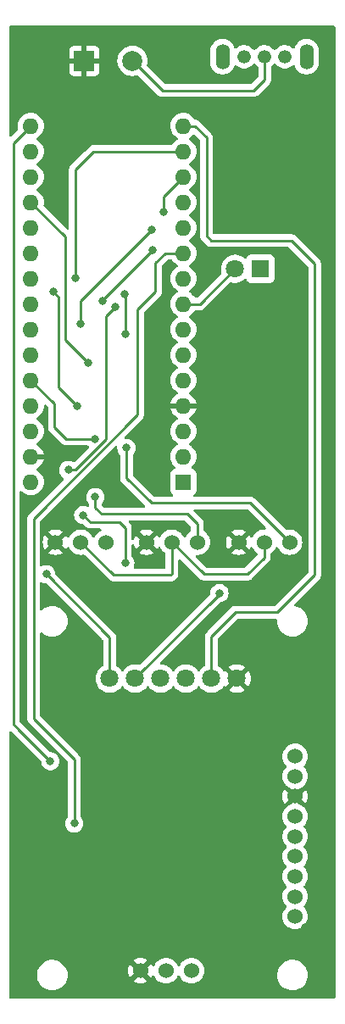
<source format=gbr>
%TF.GenerationSoftware,KiCad,Pcbnew,8.0.8*%
%TF.CreationDate,2025-06-10T17:11:55-04:00*%
%TF.ProjectId,V0.5.0,56302e35-2e30-42e6-9b69-6361645f7063,rev?*%
%TF.SameCoordinates,Original*%
%TF.FileFunction,Copper,L1,Top*%
%TF.FilePolarity,Positive*%
%FSLAX46Y46*%
G04 Gerber Fmt 4.6, Leading zero omitted, Abs format (unit mm)*
G04 Created by KiCad (PCBNEW 8.0.8) date 2025-06-10 17:11:55*
%MOMM*%
%LPD*%
G01*
G04 APERTURE LIST*
%TA.AperFunction,ComponentPad*%
%ADD10C,1.324000*%
%TD*%
%TA.AperFunction,ComponentPad*%
%ADD11O,1.424000X2.524000*%
%TD*%
%TA.AperFunction,ComponentPad*%
%ADD12R,1.600000X1.600000*%
%TD*%
%TA.AperFunction,ComponentPad*%
%ADD13O,1.600000X1.600000*%
%TD*%
%TA.AperFunction,ComponentPad*%
%ADD14C,1.524000*%
%TD*%
%TA.AperFunction,ComponentPad*%
%ADD15R,1.800000X1.800000*%
%TD*%
%TA.AperFunction,ComponentPad*%
%ADD16C,1.800000*%
%TD*%
%TA.AperFunction,ComponentPad*%
%ADD17C,2.000000*%
%TD*%
%TA.AperFunction,ComponentPad*%
%ADD18R,2.000000X2.000000*%
%TD*%
%TA.AperFunction,ViaPad*%
%ADD19C,0.800000*%
%TD*%
%TA.AperFunction,Conductor*%
%ADD20C,0.250000*%
%TD*%
G04 APERTURE END LIST*
D10*
%TO.P,U3,1,X*%
%TO.N,unconnected-(U3-X-Pad1)*%
X124732000Y-30120000D03*
%TO.P,U3,2,PI*%
%TO.N,Net-(U1-Power)*%
X122700000Y-30120000D03*
%TO.P,U3,3,PO*%
%TO.N,Net-(A1-VIN)*%
X120668000Y-30120000D03*
D11*
%TO.P,U3,4*%
%TO.N,N/C*%
X126891000Y-30120000D03*
%TO.P,U3,5*%
X118509000Y-30120000D03*
%TD*%
D12*
%TO.P,A1,1,D1/TX*%
%TO.N,unconnected-(A1-D1{slash}TX-Pad1)*%
X114600000Y-72600000D03*
D13*
%TO.P,A1,2,D0/RX*%
%TO.N,Net-(A1-D0{slash}RX)*%
X114600000Y-70060000D03*
%TO.P,A1,3,~{RESET}*%
%TO.N,unconnected-(A1-~{RESET}-Pad3)*%
X114600000Y-67520000D03*
%TO.P,A1,4,GND*%
%TO.N,GND*%
X114600000Y-64980000D03*
%TO.P,A1,5,D2*%
%TO.N,unconnected-(A1-D2-Pad5)*%
X114600000Y-62440000D03*
%TO.P,A1,6,D3*%
%TO.N,unconnected-(A1-D3-Pad6)*%
X114600000Y-59900000D03*
%TO.P,A1,7,D4*%
%TO.N,unconnected-(A1-D4-Pad7)*%
X114600000Y-57360000D03*
%TO.P,A1,8,D5*%
%TO.N,Net-(A1-D5)*%
X114600000Y-54820000D03*
%TO.P,A1,9,D6*%
%TO.N,unconnected-(A1-D6-Pad9)*%
X114600000Y-52280000D03*
%TO.P,A1,10,D7*%
%TO.N,Net-(A1-D7)*%
X114600000Y-49740000D03*
%TO.P,A1,11,D8*%
%TO.N,unconnected-(A1-D8-Pad11)*%
X114600000Y-47200000D03*
%TO.P,A1,12,D9*%
%TO.N,unconnected-(A1-D9-Pad12)*%
X114600000Y-44660000D03*
%TO.P,A1,13,D10*%
%TO.N,Net-(A1-D10)*%
X114600000Y-42120000D03*
%TO.P,A1,14,D11*%
%TO.N,Net-(A1-D11)*%
X114600000Y-39580000D03*
%TO.P,A1,15,D12*%
%TO.N,Net-(A1-D12)*%
X114600000Y-37040000D03*
%TO.P,A1,16,D13*%
%TO.N,Net-(A1-D13)*%
X99360000Y-37040000D03*
%TO.P,A1,17,3V3*%
%TO.N,Net-(A1-3V3)*%
X99360000Y-39580000D03*
%TO.P,A1,18,AREF*%
%TO.N,unconnected-(A1-AREF-Pad18)*%
X99360000Y-42120000D03*
%TO.P,A1,19,A0*%
%TO.N,Net-(A1-A0)*%
X99360000Y-44660000D03*
%TO.P,A1,20,A1*%
%TO.N,Net-(A1-A1)*%
X99360000Y-47200000D03*
%TO.P,A1,21,A2*%
%TO.N,unconnected-(A1-A2-Pad21)*%
X99360000Y-49740000D03*
%TO.P,A1,22,A3*%
%TO.N,unconnected-(A1-A3-Pad22)*%
X99360000Y-52280000D03*
%TO.P,A1,23,A4*%
%TO.N,Net-(A1-A4)*%
X99360000Y-54820000D03*
%TO.P,A1,24,A5*%
%TO.N,Net-(A1-A5)*%
X99360000Y-57360000D03*
%TO.P,A1,25,A6*%
%TO.N,unconnected-(A1-A6-Pad25)*%
X99360000Y-59900000D03*
%TO.P,A1,26,A7*%
%TO.N,Net-(A1-A7)*%
X99360000Y-62440000D03*
%TO.P,A1,27,+5V*%
%TO.N,Net-(A1-+5V)*%
X99360000Y-64980000D03*
%TO.P,A1,28,~{RESET}*%
%TO.N,unconnected-(A1-~{RESET}-Pad28)*%
X99360000Y-67520000D03*
%TO.P,A1,29,GND*%
%TO.N,GND*%
X99360000Y-70060000D03*
%TO.P,A1,30,VIN*%
%TO.N,Net-(A1-VIN)*%
X99360000Y-72600000D03*
%TD*%
D14*
%TO.P,U7,1,GND*%
%TO.N,GND*%
X110920000Y-78610000D03*
%TO.P,U7,2,+*%
%TO.N,Net-(A1-+5V)*%
X113460000Y-78610000D03*
%TO.P,U7,3,A*%
%TO.N,Net-(A1-A7)*%
X116000000Y-78610000D03*
%TD*%
%TO.P,U4,1,GND*%
%TO.N,GND*%
X101820000Y-78610000D03*
%TO.P,U4,2,+*%
%TO.N,Net-(A1-+5V)*%
X104360000Y-78610000D03*
%TO.P,U4,3,A*%
%TO.N,Net-(A1-A0)*%
X106900000Y-78610000D03*
%TD*%
%TO.P,U5,1,GND*%
%TO.N,GND*%
X120120000Y-78610000D03*
%TO.P,U5,2,+*%
%TO.N,Net-(A1-+5V)*%
X122660000Y-78610000D03*
%TO.P,U5,3,A*%
%TO.N,Net-(A1-A1)*%
X125200000Y-78610000D03*
%TD*%
%TO.P,U8,1,Gnd*%
%TO.N,GND*%
X110320000Y-121410000D03*
%TO.P,U8,2,5V*%
%TO.N,Net-(A1-+5V)*%
X112860000Y-121410000D03*
%TO.P,U8,3,D*%
%TO.N,Net-(A1-D7)*%
X115400000Y-121410000D03*
%TD*%
D15*
%TO.P,D1,1,K*%
%TO.N,Net-(D1-K)*%
X122300000Y-51300000D03*
D16*
%TO.P,D1,2,A*%
%TO.N,Net-(A1-D5)*%
X119760000Y-51300000D03*
%TD*%
D14*
%TO.P,U9,1,3.3v*%
%TO.N,unconnected-(U9-3.3v-Pad1)*%
X125750000Y-116000000D03*
%TO.P,U9,2,EN*%
%TO.N,unconnected-(U9-EN-Pad2)*%
X125750000Y-114000000D03*
%TO.P,U9,3,VBAT*%
%TO.N,unconnected-(U9-VBAT-Pad3)*%
X125750000Y-112000000D03*
%TO.P,U9,4,FIX*%
%TO.N,unconnected-(U9-FIX-Pad4)*%
X125750000Y-110000000D03*
%TO.P,U9,5,TX*%
%TO.N,Net-(A1-D0{slash}RX)*%
X125750000Y-108000000D03*
%TO.P,U9,6,RX*%
%TO.N,unconnected-(U9-RX-Pad6)*%
X125750000Y-106000000D03*
%TO.P,U9,7,GND*%
%TO.N,GND*%
X125750000Y-104000000D03*
%TO.P,U9,8,VIN*%
%TO.N,Net-(A1-+5V)*%
X125750000Y-102000000D03*
%TO.P,U9,9,PPS*%
%TO.N,unconnected-(U9-PPS-Pad9)*%
X125750000Y-100000000D03*
%TD*%
D16*
%TO.P,U2,1,3V*%
%TO.N,Net-(A1-3V3)*%
X107230000Y-92230000D03*
%TO.P,U2,2,CS*%
%TO.N,Net-(A1-D10)*%
X109770000Y-92230000D03*
%TO.P,U2,3,Mosi*%
%TO.N,Net-(A1-D11)*%
X112310000Y-92230000D03*
%TO.P,U2,4,CLK*%
%TO.N,Net-(A1-D13)*%
X114850000Y-92230000D03*
%TO.P,U2,5,Miso*%
%TO.N,Net-(A1-D12)*%
X117390000Y-92230000D03*
%TO.P,U2,6,GND*%
%TO.N,GND*%
X119930000Y-92230000D03*
%TD*%
D17*
%TO.P,U1,1,Power*%
%TO.N,Net-(U1-Power)*%
X109510000Y-30530000D03*
D18*
%TO.P,U1,2,Gnd*%
%TO.N,GND*%
X104700000Y-30530000D03*
%TD*%
D19*
%TO.N,Net-(A1-D13)*%
X101300000Y-100500000D03*
%TO.N,Net-(A1-D7)*%
X103700000Y-106700000D03*
%TO.N,GND*%
X101500000Y-34500000D03*
X106600000Y-31800000D03*
X114000000Y-28800000D03*
X126500000Y-57400000D03*
X120700000Y-121900000D03*
X101700000Y-29000000D03*
X123300000Y-119500000D03*
X107800000Y-86000000D03*
X118800000Y-107100000D03*
X113600000Y-84800000D03*
X114100000Y-31200000D03*
X99600000Y-32100000D03*
X112100000Y-61600000D03*
X127700000Y-48300000D03*
X126800000Y-117100000D03*
X101600000Y-94500000D03*
X109100000Y-74600000D03*
X118100000Y-71800000D03*
X101700000Y-44100000D03*
X99400000Y-118500000D03*
X126100000Y-75200000D03*
%TO.N,Net-(A1-A1)*%
X108700000Y-53800000D03*
X108800000Y-57800000D03*
X108900000Y-69200000D03*
%TO.N,Net-(A1-A5)*%
X111400000Y-47400000D03*
X104300000Y-56800000D03*
%TO.N,Net-(A1-A7)*%
X105800000Y-68300000D03*
X105800000Y-74100000D03*
%TO.N,Net-(A1-3V3)*%
X107800000Y-55100000D03*
X103100000Y-71400000D03*
X100900000Y-81800000D03*
%TO.N,Net-(A1-D11)*%
X104000000Y-65000000D03*
X104600000Y-75900000D03*
X101600000Y-53600000D03*
X103800000Y-52200000D03*
X108800000Y-80700000D03*
%TO.N,Net-(A1-D10)*%
X112600000Y-45600000D03*
X118200000Y-83700000D03*
%TO.N,Net-(A1-A0)*%
X105100000Y-60700000D03*
%TO.N,Net-(A1-A4)*%
X106500000Y-54500000D03*
X111500000Y-49400000D03*
%TD*%
D20*
%TO.N,Net-(A1-D13)*%
X99360000Y-37040000D02*
X97600000Y-38800000D01*
X97600000Y-38800000D02*
X97600000Y-96800000D01*
X97600000Y-96800000D02*
X98234999Y-97434999D01*
X98234999Y-97434999D02*
X101300000Y-100500000D01*
%TO.N,Net-(A1-D7)*%
X103700000Y-106700000D02*
X103700000Y-100300000D01*
X110000000Y-55400000D02*
X111800000Y-53600000D01*
X112760000Y-49740000D02*
X114600000Y-49740000D01*
X110000000Y-65900000D02*
X110000000Y-55400000D01*
X99644263Y-96244263D02*
X99644263Y-76255737D01*
X103700000Y-100300000D02*
X99644263Y-96244263D01*
X111800000Y-53600000D02*
X111800000Y-50700000D01*
X99644263Y-76255737D02*
X110000000Y-65900000D01*
X111800000Y-50700000D02*
X112760000Y-49740000D01*
%TO.N,Net-(A1-A1)*%
X121290000Y-74700000D02*
X111400000Y-74700000D01*
X125200000Y-78610000D02*
X121290000Y-74700000D01*
X108900000Y-72200000D02*
X108900000Y-69200000D01*
X108800000Y-53900000D02*
X108700000Y-53800000D01*
X108800000Y-57800000D02*
X108800000Y-53900000D01*
X111400000Y-74700000D02*
X108900000Y-72200000D01*
%TO.N,Net-(A1-A5)*%
X111400000Y-47400000D02*
X104300000Y-54500000D01*
X104300000Y-54500000D02*
X104300000Y-56800000D01*
%TO.N,Net-(A1-A7)*%
X115000000Y-75800000D02*
X116000000Y-76800000D01*
X106400000Y-75800000D02*
X115000000Y-75800000D01*
X102900000Y-68300000D02*
X105800000Y-68300000D01*
X105800000Y-74100000D02*
X105800000Y-75200000D01*
X101700000Y-67100000D02*
X102900000Y-68300000D01*
X105800000Y-75200000D02*
X106400000Y-75800000D01*
X116000000Y-76800000D02*
X116000000Y-78610000D01*
X99360000Y-62440000D02*
X101700000Y-64780000D01*
X101700000Y-64780000D02*
X101700000Y-67100000D01*
%TO.N,Net-(A1-D12)*%
X124000000Y-85600000D02*
X119800000Y-85600000D01*
X114600000Y-37040000D02*
X115740000Y-37040000D01*
X116900000Y-48000000D02*
X117400000Y-48500000D01*
X119800000Y-85600000D02*
X117390000Y-88010000D01*
X117400000Y-48500000D02*
X125400000Y-48500000D01*
X116900000Y-38200000D02*
X116900000Y-48000000D01*
X127700000Y-81900000D02*
X124000000Y-85600000D01*
X127700000Y-50800000D02*
X127700000Y-81900000D01*
X115740000Y-37040000D02*
X116900000Y-38200000D01*
X117390000Y-88010000D02*
X117390000Y-92230000D01*
X125400000Y-48500000D02*
X127700000Y-50800000D01*
%TO.N,Net-(A1-3V3)*%
X103773002Y-71400000D02*
X106900000Y-68273002D01*
X103100000Y-71400000D02*
X103773002Y-71400000D01*
X106900000Y-68273002D02*
X106900000Y-56000000D01*
X106900000Y-56000000D02*
X107800000Y-55100000D01*
X107230000Y-92230000D02*
X107230000Y-88130000D01*
X107230000Y-88130000D02*
X100900000Y-81800000D01*
%TO.N,Net-(A1-+5V)*%
X113460000Y-78610000D02*
X113460000Y-81740000D01*
X113300000Y-81900000D02*
X107650000Y-81900000D01*
X116650000Y-81800000D02*
X113460000Y-78610000D01*
X122660000Y-80140000D02*
X121000000Y-81800000D01*
X113460000Y-81740000D02*
X113300000Y-81900000D01*
X107650000Y-81900000D02*
X104360000Y-78610000D01*
X122660000Y-78610000D02*
X122660000Y-80140000D01*
X121000000Y-81800000D02*
X116650000Y-81800000D01*
%TO.N,Net-(A1-D11)*%
X101600000Y-53600000D02*
X102150009Y-54150009D01*
X108800000Y-77200000D02*
X108800000Y-80700000D01*
X108200000Y-76600000D02*
X108800000Y-77200000D01*
X102150009Y-63150009D02*
X104000000Y-65000000D01*
X103800000Y-41400000D02*
X105620000Y-39580000D01*
X103800000Y-52200000D02*
X103800000Y-41400000D01*
X105300000Y-76600000D02*
X108200000Y-76600000D01*
X102150009Y-54150009D02*
X102150009Y-63150009D01*
X105620000Y-39580000D02*
X114600000Y-39580000D01*
X104600000Y-75900000D02*
X105300000Y-76600000D01*
%TO.N,Net-(A1-D10)*%
X112600000Y-45600000D02*
X112600000Y-44120000D01*
X118200000Y-83800000D02*
X118200000Y-83700000D01*
X109770000Y-92230000D02*
X118200000Y-83800000D01*
X112600000Y-44120000D02*
X114600000Y-42120000D01*
%TO.N,Net-(A1-D5)*%
X116240000Y-54820000D02*
X119760000Y-51300000D01*
X114600000Y-54820000D02*
X116240000Y-54820000D01*
%TO.N,Net-(A1-A0)*%
X105100000Y-60700000D02*
X102800000Y-58400000D01*
X102800000Y-48100000D02*
X99360000Y-44660000D01*
X102800000Y-58400000D02*
X102800000Y-48100000D01*
%TO.N,Net-(A1-A4)*%
X111500000Y-49400000D02*
X106500000Y-54400000D01*
X106500000Y-54400000D02*
X106500000Y-54500000D01*
%TO.N,Net-(U1-Power)*%
X122700000Y-32400000D02*
X122700000Y-30120000D01*
X109200000Y-30200000D02*
X112500000Y-33500000D01*
X112500000Y-33500000D02*
X121600000Y-33500000D01*
X121600000Y-33500000D02*
X122700000Y-32400000D01*
%TD*%
%TA.AperFunction,Conductor*%
%TO.N,GND*%
G36*
X129716621Y-27045502D02*
G01*
X129763114Y-27099158D01*
X129774500Y-27151500D01*
X129774500Y-124048500D01*
X129754498Y-124116621D01*
X129700842Y-124163114D01*
X129648500Y-124174500D01*
X97351500Y-124174500D01*
X97283379Y-124154498D01*
X97236886Y-124100842D01*
X97225500Y-124048500D01*
X97225500Y-121850000D01*
X99969783Y-121850000D01*
X99988623Y-122089379D01*
X100006331Y-122163140D01*
X100044676Y-122322861D01*
X100044677Y-122322863D01*
X100136567Y-122544704D01*
X100136568Y-122544705D01*
X100262025Y-122749435D01*
X100262030Y-122749442D01*
X100417972Y-122932027D01*
X100596381Y-123084402D01*
X100600561Y-123087972D01*
X100805296Y-123213433D01*
X101027137Y-123305323D01*
X101260621Y-123361377D01*
X101500000Y-123380217D01*
X101739379Y-123361377D01*
X101972863Y-123305323D01*
X102194704Y-123213433D01*
X102399439Y-123087972D01*
X102582027Y-122932027D01*
X102737972Y-122749439D01*
X102863433Y-122544704D01*
X102955323Y-122322863D01*
X103011377Y-122089379D01*
X103030217Y-121850000D01*
X103011377Y-121610621D01*
X102963213Y-121410000D01*
X109045149Y-121410000D01*
X109064517Y-121631374D01*
X109122031Y-121846023D01*
X109122033Y-121846027D01*
X109215946Y-122047425D01*
X109260184Y-122110603D01*
X109260185Y-122110603D01*
X109835841Y-121534947D01*
X109854075Y-121602993D01*
X109919901Y-121717007D01*
X110012993Y-121810099D01*
X110127007Y-121875925D01*
X110195051Y-121894157D01*
X109619395Y-122469813D01*
X109619395Y-122469814D01*
X109682575Y-122514053D01*
X109682574Y-122514053D01*
X109883972Y-122607966D01*
X109883976Y-122607968D01*
X110098625Y-122665482D01*
X110320000Y-122684850D01*
X110541374Y-122665482D01*
X110756023Y-122607968D01*
X110756027Y-122607966D01*
X110957425Y-122514053D01*
X110957426Y-122514052D01*
X111020603Y-122469814D01*
X111020603Y-122469812D01*
X110444948Y-121894157D01*
X110512993Y-121875925D01*
X110627007Y-121810099D01*
X110720099Y-121717007D01*
X110785925Y-121602993D01*
X110804157Y-121534948D01*
X111379812Y-122110603D01*
X111379814Y-122110603D01*
X111424052Y-122047426D01*
X111424053Y-122047425D01*
X111475529Y-121937035D01*
X111522446Y-121883750D01*
X111590723Y-121864289D01*
X111658683Y-121884831D01*
X111703919Y-121937035D01*
X111755511Y-122047675D01*
X111755512Y-122047677D01*
X111883016Y-122229772D01*
X111883020Y-122229777D01*
X111883023Y-122229781D01*
X112040219Y-122386977D01*
X112040223Y-122386980D01*
X112040227Y-122386983D01*
X112144124Y-122459732D01*
X112222323Y-122514488D01*
X112423804Y-122608440D01*
X112638537Y-122665978D01*
X112860000Y-122685353D01*
X113081463Y-122665978D01*
X113296196Y-122608440D01*
X113497677Y-122514488D01*
X113679781Y-122386977D01*
X113836977Y-122229781D01*
X113964488Y-122047677D01*
X114015805Y-121937626D01*
X114062722Y-121884342D01*
X114130999Y-121864881D01*
X114198959Y-121885423D01*
X114244195Y-121937627D01*
X114295511Y-122047675D01*
X114295512Y-122047677D01*
X114423016Y-122229772D01*
X114423020Y-122229777D01*
X114423023Y-122229781D01*
X114580219Y-122386977D01*
X114580223Y-122386980D01*
X114580227Y-122386983D01*
X114684124Y-122459732D01*
X114762323Y-122514488D01*
X114963804Y-122608440D01*
X115178537Y-122665978D01*
X115400000Y-122685353D01*
X115621463Y-122665978D01*
X115836196Y-122608440D01*
X116037677Y-122514488D01*
X116219781Y-122386977D01*
X116376977Y-122229781D01*
X116504488Y-122047677D01*
X116596666Y-121850000D01*
X123969783Y-121850000D01*
X123988623Y-122089379D01*
X124006331Y-122163140D01*
X124044676Y-122322861D01*
X124044677Y-122322863D01*
X124136567Y-122544704D01*
X124136568Y-122544705D01*
X124262025Y-122749435D01*
X124262030Y-122749442D01*
X124417972Y-122932027D01*
X124596381Y-123084402D01*
X124600561Y-123087972D01*
X124805296Y-123213433D01*
X125027137Y-123305323D01*
X125260621Y-123361377D01*
X125500000Y-123380217D01*
X125739379Y-123361377D01*
X125972863Y-123305323D01*
X126194704Y-123213433D01*
X126399439Y-123087972D01*
X126582027Y-122932027D01*
X126737972Y-122749439D01*
X126863433Y-122544704D01*
X126955323Y-122322863D01*
X127011377Y-122089379D01*
X127030217Y-121850000D01*
X127011377Y-121610621D01*
X126955323Y-121377137D01*
X126863433Y-121155296D01*
X126752318Y-120973972D01*
X126737974Y-120950564D01*
X126737969Y-120950557D01*
X126582027Y-120767972D01*
X126399442Y-120612030D01*
X126399435Y-120612025D01*
X126216122Y-120499692D01*
X126194704Y-120486567D01*
X125972863Y-120394677D01*
X125972861Y-120394676D01*
X125813140Y-120356331D01*
X125739379Y-120338623D01*
X125500000Y-120319783D01*
X125260621Y-120338623D01*
X125027138Y-120394676D01*
X124805294Y-120486568D01*
X124600564Y-120612025D01*
X124600557Y-120612030D01*
X124417972Y-120767972D01*
X124262030Y-120950557D01*
X124262025Y-120950564D01*
X124136568Y-121155294D01*
X124044676Y-121377138D01*
X124022098Y-121471186D01*
X123988623Y-121610621D01*
X123969783Y-121850000D01*
X116596666Y-121850000D01*
X116598440Y-121846196D01*
X116655978Y-121631463D01*
X116675353Y-121410000D01*
X116655978Y-121188537D01*
X116598440Y-120973804D01*
X116504488Y-120772324D01*
X116376977Y-120590219D01*
X116219781Y-120433023D01*
X116219777Y-120433020D01*
X116219772Y-120433016D01*
X116037677Y-120305512D01*
X116037675Y-120305511D01*
X115836199Y-120211561D01*
X115836193Y-120211559D01*
X115794074Y-120200273D01*
X115621463Y-120154022D01*
X115400000Y-120134647D01*
X115178537Y-120154022D01*
X115063463Y-120184856D01*
X114963806Y-120211559D01*
X114963801Y-120211561D01*
X114762323Y-120305512D01*
X114580222Y-120433020D01*
X114580216Y-120433025D01*
X114423025Y-120590216D01*
X114423020Y-120590222D01*
X114295512Y-120772323D01*
X114244195Y-120882373D01*
X114197277Y-120935658D01*
X114129000Y-120955119D01*
X114061040Y-120934577D01*
X114015805Y-120882373D01*
X113964603Y-120772571D01*
X113964488Y-120772324D01*
X113836977Y-120590219D01*
X113679781Y-120433023D01*
X113679777Y-120433020D01*
X113679772Y-120433016D01*
X113497677Y-120305512D01*
X113497675Y-120305511D01*
X113296199Y-120211561D01*
X113296193Y-120211559D01*
X113254074Y-120200273D01*
X113081463Y-120154022D01*
X112860000Y-120134647D01*
X112638537Y-120154022D01*
X112523463Y-120184856D01*
X112423806Y-120211559D01*
X112423801Y-120211561D01*
X112222323Y-120305512D01*
X112040222Y-120433020D01*
X112040216Y-120433025D01*
X111883025Y-120590216D01*
X111883020Y-120590222D01*
X111755512Y-120772323D01*
X111703919Y-120882965D01*
X111657002Y-120936250D01*
X111588724Y-120955711D01*
X111520764Y-120935169D01*
X111475529Y-120882965D01*
X111424051Y-120772571D01*
X111379815Y-120709395D01*
X111379813Y-120709395D01*
X110804157Y-121285051D01*
X110785925Y-121217007D01*
X110720099Y-121102993D01*
X110627007Y-121009901D01*
X110512993Y-120944075D01*
X110444947Y-120925841D01*
X111020603Y-120350185D01*
X111020603Y-120350184D01*
X110957425Y-120305946D01*
X110756027Y-120212033D01*
X110756023Y-120212031D01*
X110541374Y-120154517D01*
X110320000Y-120135149D01*
X110098625Y-120154517D01*
X109883976Y-120212031D01*
X109883972Y-120212033D01*
X109682575Y-120305946D01*
X109619394Y-120350185D01*
X110195051Y-120925842D01*
X110127007Y-120944075D01*
X110012993Y-121009901D01*
X109919901Y-121102993D01*
X109854075Y-121217007D01*
X109835842Y-121285051D01*
X109260185Y-120709394D01*
X109215946Y-120772575D01*
X109122033Y-120973972D01*
X109122031Y-120973976D01*
X109064517Y-121188625D01*
X109045149Y-121410000D01*
X102963213Y-121410000D01*
X102955323Y-121377137D01*
X102863433Y-121155296D01*
X102752318Y-120973972D01*
X102737974Y-120950564D01*
X102737969Y-120950557D01*
X102582027Y-120767972D01*
X102399442Y-120612030D01*
X102399435Y-120612025D01*
X102216122Y-120499692D01*
X102194704Y-120486567D01*
X101972863Y-120394677D01*
X101972861Y-120394676D01*
X101813140Y-120356331D01*
X101739379Y-120338623D01*
X101500000Y-120319783D01*
X101260621Y-120338623D01*
X101027138Y-120394676D01*
X100805294Y-120486568D01*
X100600564Y-120612025D01*
X100600557Y-120612030D01*
X100417972Y-120767972D01*
X100262030Y-120950557D01*
X100262025Y-120950564D01*
X100136568Y-121155294D01*
X100044676Y-121377138D01*
X100022098Y-121471186D01*
X99988623Y-121610621D01*
X99969783Y-121850000D01*
X97225500Y-121850000D01*
X97225500Y-97625594D01*
X97245502Y-97557473D01*
X97299158Y-97510980D01*
X97369432Y-97500876D01*
X97434012Y-97530370D01*
X97440595Y-97536499D01*
X100352877Y-100448781D01*
X100386903Y-100511093D01*
X100389092Y-100524705D01*
X100406457Y-100689927D01*
X100436526Y-100782470D01*
X100465473Y-100871556D01*
X100465476Y-100871561D01*
X100560958Y-101036941D01*
X100560965Y-101036951D01*
X100688744Y-101178864D01*
X100688747Y-101178866D01*
X100843248Y-101291118D01*
X101017712Y-101368794D01*
X101204513Y-101408500D01*
X101395487Y-101408500D01*
X101582288Y-101368794D01*
X101756752Y-101291118D01*
X101911253Y-101178866D01*
X102039040Y-101036944D01*
X102134527Y-100871556D01*
X102193542Y-100689928D01*
X102213504Y-100500000D01*
X102193542Y-100310072D01*
X102134527Y-100128444D01*
X102039040Y-99963056D01*
X102039038Y-99963054D01*
X102039034Y-99963048D01*
X101911255Y-99821135D01*
X101756752Y-99708882D01*
X101582288Y-99631206D01*
X101395487Y-99591500D01*
X101339594Y-99591500D01*
X101271473Y-99571498D01*
X101250499Y-99554595D01*
X98270405Y-96574501D01*
X98236379Y-96512189D01*
X98233500Y-96485406D01*
X98233500Y-73628188D01*
X98253502Y-73560067D01*
X98307158Y-73513574D01*
X98377432Y-73503470D01*
X98442012Y-73532964D01*
X98448595Y-73539093D01*
X98515700Y-73606198D01*
X98703251Y-73737523D01*
X98910757Y-73834284D01*
X99131913Y-73893543D01*
X99360000Y-73913498D01*
X99588087Y-73893543D01*
X99809243Y-73834284D01*
X100016749Y-73737523D01*
X100204300Y-73606198D01*
X100366198Y-73444300D01*
X100497523Y-73256749D01*
X100594284Y-73049243D01*
X100653543Y-72828087D01*
X100673498Y-72600000D01*
X100653543Y-72371913D01*
X100594284Y-72150757D01*
X100497523Y-71943251D01*
X100366198Y-71755700D01*
X100204300Y-71593802D01*
X100198767Y-71589928D01*
X100016749Y-71462477D01*
X99976951Y-71443919D01*
X99923666Y-71397002D01*
X99904205Y-71328725D01*
X99924747Y-71260765D01*
X99976951Y-71215529D01*
X100016498Y-71197087D01*
X100203974Y-71065815D01*
X100203980Y-71065810D01*
X100365810Y-70903980D01*
X100365815Y-70903974D01*
X100497087Y-70716498D01*
X100593811Y-70509073D01*
X100593813Y-70509068D01*
X100646082Y-70314000D01*
X99790703Y-70314000D01*
X99825925Y-70252993D01*
X99860000Y-70125826D01*
X99860000Y-69994174D01*
X99825925Y-69867007D01*
X99790703Y-69806000D01*
X100646082Y-69806000D01*
X100593813Y-69610931D01*
X100593811Y-69610926D01*
X100497087Y-69403501D01*
X100365815Y-69216025D01*
X100365810Y-69216019D01*
X100203980Y-69054189D01*
X100203974Y-69054184D01*
X100016497Y-68922911D01*
X99976949Y-68904469D01*
X99923665Y-68857551D01*
X99904205Y-68789273D01*
X99924748Y-68721314D01*
X99976950Y-68676081D01*
X100016749Y-68657523D01*
X100204300Y-68526198D01*
X100366198Y-68364300D01*
X100497523Y-68176749D01*
X100594284Y-67969243D01*
X100653543Y-67748087D01*
X100673498Y-67520000D01*
X100653543Y-67291913D01*
X100594284Y-67070757D01*
X100497523Y-66863251D01*
X100366198Y-66675700D01*
X100204300Y-66513802D01*
X100016749Y-66382477D01*
X99977543Y-66364195D01*
X99924258Y-66317279D01*
X99904796Y-66249002D01*
X99925337Y-66181042D01*
X99977543Y-66135805D01*
X99979997Y-66134660D01*
X100016749Y-66117523D01*
X100204300Y-65986198D01*
X100366198Y-65824300D01*
X100497523Y-65636749D01*
X100594284Y-65429243D01*
X100653543Y-65208087D01*
X100673498Y-64980000D01*
X100671973Y-64962570D01*
X100685960Y-64892966D01*
X100735358Y-64841973D01*
X100804484Y-64825781D01*
X100871390Y-64849532D01*
X100886588Y-64862492D01*
X101029595Y-65005499D01*
X101063621Y-65067811D01*
X101066500Y-65094594D01*
X101066500Y-67162396D01*
X101069086Y-67175394D01*
X101090845Y-67284785D01*
X101138600Y-67400075D01*
X101207929Y-67503833D01*
X102496167Y-68792071D01*
X102599925Y-68861400D01*
X102715215Y-68909155D01*
X102837606Y-68933500D01*
X102962393Y-68933500D01*
X105039407Y-68933500D01*
X105107528Y-68953502D01*
X105154021Y-69007158D01*
X105164125Y-69077432D01*
X105134631Y-69142012D01*
X105128502Y-69148595D01*
X103695110Y-70581986D01*
X103632798Y-70616012D01*
X103561982Y-70610947D01*
X103554766Y-70607998D01*
X103382288Y-70531206D01*
X103195487Y-70491500D01*
X103004513Y-70491500D01*
X102817711Y-70531206D01*
X102643247Y-70608882D01*
X102488744Y-70721135D01*
X102360965Y-70863048D01*
X102360958Y-70863058D01*
X102265476Y-71028438D01*
X102265473Y-71028445D01*
X102206457Y-71210072D01*
X102186496Y-71400000D01*
X102206457Y-71589927D01*
X102229521Y-71660907D01*
X102265473Y-71771556D01*
X102265476Y-71771561D01*
X102360958Y-71936941D01*
X102360965Y-71936951D01*
X102488744Y-72078864D01*
X102622202Y-72175827D01*
X102665556Y-72232049D01*
X102671631Y-72302785D01*
X102638500Y-72365577D01*
X102637236Y-72366858D01*
X99240430Y-75763666D01*
X99152194Y-75851901D01*
X99152189Y-75851908D01*
X99109414Y-75915926D01*
X99082863Y-75955662D01*
X99035108Y-76070952D01*
X99025291Y-76120305D01*
X99010763Y-76193340D01*
X99010763Y-76193343D01*
X99010763Y-96181869D01*
X99010763Y-96306657D01*
X99035108Y-96429048D01*
X99082863Y-96544338D01*
X99152192Y-96648096D01*
X99152194Y-96648098D01*
X103029595Y-100525499D01*
X103063621Y-100587811D01*
X103066500Y-100614594D01*
X103066500Y-105997474D01*
X103046498Y-106065595D01*
X103034137Y-106081784D01*
X102960957Y-106163059D01*
X102865476Y-106328438D01*
X102865473Y-106328445D01*
X102806457Y-106510072D01*
X102786496Y-106700000D01*
X102806457Y-106889927D01*
X102827916Y-106955968D01*
X102865473Y-107071556D01*
X102865476Y-107071561D01*
X102960958Y-107236941D01*
X102960965Y-107236951D01*
X103088744Y-107378864D01*
X103088747Y-107378866D01*
X103243248Y-107491118D01*
X103417712Y-107568794D01*
X103604513Y-107608500D01*
X103795487Y-107608500D01*
X103982288Y-107568794D01*
X104156752Y-107491118D01*
X104311253Y-107378866D01*
X104311255Y-107378864D01*
X104439034Y-107236951D01*
X104439035Y-107236949D01*
X104439040Y-107236944D01*
X104534527Y-107071556D01*
X104593542Y-106889928D01*
X104613504Y-106700000D01*
X104593542Y-106510072D01*
X104534527Y-106328444D01*
X104439040Y-106163056D01*
X104365863Y-106081784D01*
X104335146Y-106017776D01*
X104333500Y-105997474D01*
X104333500Y-100237607D01*
X104333499Y-100237603D01*
X104309155Y-100115215D01*
X104261431Y-100000000D01*
X124474647Y-100000000D01*
X124494022Y-100221463D01*
X124517765Y-100310072D01*
X124551559Y-100436193D01*
X124551561Y-100436199D01*
X124645511Y-100637675D01*
X124645512Y-100637677D01*
X124773016Y-100819772D01*
X124773020Y-100819777D01*
X124773023Y-100819781D01*
X124824796Y-100871554D01*
X124864147Y-100910905D01*
X124898172Y-100973217D01*
X124893106Y-101044033D01*
X124864147Y-101089095D01*
X124773020Y-101180222D01*
X124645512Y-101362323D01*
X124551561Y-101563801D01*
X124551560Y-101563804D01*
X124494022Y-101778537D01*
X124474647Y-102000000D01*
X124494022Y-102221463D01*
X124540273Y-102394074D01*
X124551559Y-102436193D01*
X124551561Y-102436199D01*
X124645511Y-102637675D01*
X124645512Y-102637677D01*
X124773016Y-102819772D01*
X124773020Y-102819777D01*
X124773023Y-102819781D01*
X124930219Y-102976977D01*
X124930222Y-102976979D01*
X124930227Y-102976983D01*
X125034124Y-103049732D01*
X125112323Y-103104488D01*
X125282140Y-103183675D01*
X125317985Y-103208774D01*
X125728210Y-103619000D01*
X125699840Y-103619000D01*
X125602939Y-103644964D01*
X125516060Y-103695124D01*
X125445124Y-103766060D01*
X125394964Y-103852939D01*
X125369000Y-103949840D01*
X125369000Y-103978209D01*
X124690185Y-103299394D01*
X124645946Y-103362575D01*
X124552033Y-103563972D01*
X124552031Y-103563976D01*
X124494517Y-103778625D01*
X124475149Y-104000000D01*
X124494517Y-104221374D01*
X124552031Y-104436023D01*
X124552033Y-104436027D01*
X124645946Y-104637425D01*
X124690184Y-104700603D01*
X124690185Y-104700603D01*
X125369000Y-104021788D01*
X125369000Y-104050160D01*
X125394964Y-104147061D01*
X125445124Y-104233940D01*
X125516060Y-104304876D01*
X125602939Y-104355036D01*
X125699840Y-104381000D01*
X125728210Y-104381000D01*
X125317981Y-104791227D01*
X125282137Y-104816325D01*
X125112325Y-104895510D01*
X124930222Y-105023020D01*
X124930216Y-105023025D01*
X124773025Y-105180216D01*
X124773020Y-105180222D01*
X124645512Y-105362323D01*
X124645512Y-105362324D01*
X124551560Y-105563804D01*
X124494022Y-105778537D01*
X124474647Y-106000000D01*
X124494022Y-106221463D01*
X124522686Y-106328438D01*
X124551559Y-106436193D01*
X124551561Y-106436199D01*
X124645511Y-106637675D01*
X124645512Y-106637677D01*
X124773016Y-106819772D01*
X124773020Y-106819777D01*
X124773023Y-106819781D01*
X124843169Y-106889927D01*
X124864147Y-106910905D01*
X124898172Y-106973217D01*
X124893106Y-107044033D01*
X124864147Y-107089095D01*
X124773020Y-107180222D01*
X124645512Y-107362323D01*
X124551561Y-107563801D01*
X124551559Y-107563806D01*
X124524856Y-107663463D01*
X124494022Y-107778537D01*
X124474647Y-108000000D01*
X124494022Y-108221463D01*
X124540273Y-108394074D01*
X124551559Y-108436193D01*
X124551561Y-108436199D01*
X124645511Y-108637675D01*
X124645512Y-108637677D01*
X124773016Y-108819772D01*
X124773020Y-108819777D01*
X124773023Y-108819781D01*
X124864147Y-108910905D01*
X124898172Y-108973217D01*
X124893106Y-109044033D01*
X124864147Y-109089095D01*
X124773020Y-109180222D01*
X124645512Y-109362323D01*
X124645512Y-109362324D01*
X124551560Y-109563804D01*
X124494022Y-109778537D01*
X124474647Y-110000000D01*
X124494022Y-110221463D01*
X124540273Y-110394074D01*
X124551559Y-110436193D01*
X124551561Y-110436199D01*
X124645511Y-110637675D01*
X124645512Y-110637677D01*
X124773016Y-110819772D01*
X124773020Y-110819777D01*
X124773023Y-110819781D01*
X124864147Y-110910905D01*
X124898172Y-110973217D01*
X124893106Y-111044033D01*
X124864147Y-111089095D01*
X124773020Y-111180222D01*
X124645512Y-111362323D01*
X124645512Y-111362324D01*
X124551560Y-111563804D01*
X124494022Y-111778537D01*
X124474647Y-112000000D01*
X124494022Y-112221463D01*
X124540273Y-112394074D01*
X124551559Y-112436193D01*
X124551561Y-112436199D01*
X124645511Y-112637675D01*
X124645512Y-112637677D01*
X124773016Y-112819772D01*
X124773020Y-112819777D01*
X124773023Y-112819781D01*
X124864147Y-112910905D01*
X124898172Y-112973217D01*
X124893106Y-113044033D01*
X124864147Y-113089095D01*
X124773020Y-113180222D01*
X124645512Y-113362323D01*
X124645512Y-113362324D01*
X124551560Y-113563804D01*
X124494022Y-113778537D01*
X124474647Y-114000000D01*
X124494022Y-114221463D01*
X124540273Y-114394074D01*
X124551559Y-114436193D01*
X124551561Y-114436199D01*
X124645511Y-114637675D01*
X124645512Y-114637677D01*
X124773016Y-114819772D01*
X124773020Y-114819777D01*
X124773023Y-114819781D01*
X124864147Y-114910905D01*
X124898172Y-114973217D01*
X124893106Y-115044033D01*
X124864147Y-115089095D01*
X124773020Y-115180222D01*
X124645512Y-115362323D01*
X124645512Y-115362324D01*
X124551560Y-115563804D01*
X124494022Y-115778537D01*
X124474647Y-116000000D01*
X124494022Y-116221463D01*
X124540273Y-116394074D01*
X124551559Y-116436193D01*
X124551561Y-116436199D01*
X124645511Y-116637675D01*
X124645512Y-116637677D01*
X124773016Y-116819772D01*
X124773020Y-116819777D01*
X124773023Y-116819781D01*
X124930219Y-116976977D01*
X124930223Y-116976980D01*
X124930227Y-116976983D01*
X125034124Y-117049732D01*
X125112323Y-117104488D01*
X125313804Y-117198440D01*
X125528537Y-117255978D01*
X125750000Y-117275353D01*
X125971463Y-117255978D01*
X126186196Y-117198440D01*
X126387677Y-117104488D01*
X126569781Y-116976977D01*
X126726977Y-116819781D01*
X126854488Y-116637677D01*
X126948440Y-116436196D01*
X127005978Y-116221463D01*
X127025353Y-116000000D01*
X127005978Y-115778537D01*
X126948440Y-115563804D01*
X126854488Y-115362324D01*
X126726977Y-115180219D01*
X126635853Y-115089095D01*
X126601827Y-115026783D01*
X126606892Y-114955968D01*
X126635853Y-114910905D01*
X126726977Y-114819781D01*
X126854488Y-114637677D01*
X126948440Y-114436196D01*
X127005978Y-114221463D01*
X127025353Y-114000000D01*
X127005978Y-113778537D01*
X126948440Y-113563804D01*
X126854488Y-113362324D01*
X126726977Y-113180219D01*
X126635853Y-113089095D01*
X126601827Y-113026783D01*
X126606892Y-112955968D01*
X126635853Y-112910905D01*
X126726977Y-112819781D01*
X126854488Y-112637677D01*
X126948440Y-112436196D01*
X127005978Y-112221463D01*
X127025353Y-112000000D01*
X127005978Y-111778537D01*
X126948440Y-111563804D01*
X126854488Y-111362324D01*
X126726977Y-111180219D01*
X126635853Y-111089095D01*
X126601827Y-111026783D01*
X126606892Y-110955968D01*
X126635853Y-110910905D01*
X126726977Y-110819781D01*
X126854488Y-110637677D01*
X126948440Y-110436196D01*
X127005978Y-110221463D01*
X127025353Y-110000000D01*
X127005978Y-109778537D01*
X126948440Y-109563804D01*
X126854488Y-109362324D01*
X126726977Y-109180219D01*
X126635853Y-109089095D01*
X126601827Y-109026783D01*
X126606892Y-108955968D01*
X126635853Y-108910905D01*
X126726977Y-108819781D01*
X126854488Y-108637677D01*
X126948440Y-108436196D01*
X127005978Y-108221463D01*
X127025353Y-108000000D01*
X127005978Y-107778537D01*
X126948440Y-107563804D01*
X126854488Y-107362324D01*
X126726977Y-107180219D01*
X126635853Y-107089095D01*
X126601827Y-107026783D01*
X126606892Y-106955968D01*
X126635853Y-106910905D01*
X126656831Y-106889927D01*
X126726977Y-106819781D01*
X126854488Y-106637677D01*
X126948440Y-106436196D01*
X127005978Y-106221463D01*
X127025353Y-106000000D01*
X127005978Y-105778537D01*
X126948440Y-105563804D01*
X126854488Y-105362324D01*
X126726977Y-105180219D01*
X126569781Y-105023023D01*
X126569777Y-105023020D01*
X126569772Y-105023016D01*
X126387677Y-104895512D01*
X126324795Y-104866189D01*
X126217859Y-104816324D01*
X126182013Y-104791224D01*
X125771790Y-104381000D01*
X125800160Y-104381000D01*
X125897061Y-104355036D01*
X125983940Y-104304876D01*
X126054876Y-104233940D01*
X126105036Y-104147061D01*
X126131000Y-104050160D01*
X126131000Y-104021791D01*
X126809812Y-104700603D01*
X126809814Y-104700603D01*
X126854052Y-104637426D01*
X126854053Y-104637425D01*
X126947966Y-104436027D01*
X126947968Y-104436023D01*
X127005482Y-104221374D01*
X127024850Y-104000000D01*
X127005482Y-103778625D01*
X126947968Y-103563976D01*
X126947966Y-103563972D01*
X126854051Y-103362571D01*
X126809815Y-103299395D01*
X126809813Y-103299395D01*
X126131000Y-103978208D01*
X126131000Y-103949840D01*
X126105036Y-103852939D01*
X126054876Y-103766060D01*
X125983940Y-103695124D01*
X125897061Y-103644964D01*
X125800160Y-103619000D01*
X125771788Y-103619000D01*
X126182015Y-103208773D01*
X126217858Y-103183675D01*
X126387677Y-103104488D01*
X126569781Y-102976977D01*
X126726977Y-102819781D01*
X126854488Y-102637677D01*
X126948440Y-102436196D01*
X127005978Y-102221463D01*
X127025353Y-102000000D01*
X127005978Y-101778537D01*
X126948440Y-101563804D01*
X126854488Y-101362324D01*
X126726977Y-101180219D01*
X126635853Y-101089095D01*
X126601827Y-101026783D01*
X126606892Y-100955968D01*
X126635853Y-100910905D01*
X126675204Y-100871554D01*
X126726977Y-100819781D01*
X126854488Y-100637677D01*
X126948440Y-100436196D01*
X127005978Y-100221463D01*
X127025353Y-100000000D01*
X127005978Y-99778537D01*
X126948440Y-99563804D01*
X126854488Y-99362324D01*
X126726977Y-99180219D01*
X126569781Y-99023023D01*
X126569777Y-99023020D01*
X126569772Y-99023016D01*
X126387677Y-98895512D01*
X126387675Y-98895511D01*
X126186199Y-98801561D01*
X126186193Y-98801559D01*
X126144074Y-98790273D01*
X125971463Y-98744022D01*
X125750000Y-98724647D01*
X125528537Y-98744022D01*
X125413463Y-98774856D01*
X125313806Y-98801559D01*
X125313801Y-98801561D01*
X125112323Y-98895512D01*
X124930222Y-99023020D01*
X124930216Y-99023025D01*
X124773025Y-99180216D01*
X124773020Y-99180222D01*
X124645512Y-99362323D01*
X124551561Y-99563801D01*
X124551559Y-99563806D01*
X124524856Y-99663463D01*
X124494022Y-99778537D01*
X124474647Y-100000000D01*
X104261431Y-100000000D01*
X104261400Y-99999925D01*
X104192071Y-99896167D01*
X104103833Y-99807929D01*
X100314668Y-96018764D01*
X100280642Y-95956452D01*
X100277763Y-95929669D01*
X100277763Y-87735591D01*
X100297765Y-87667470D01*
X100351421Y-87620977D01*
X100421695Y-87610873D01*
X100485591Y-87639779D01*
X100600561Y-87737972D01*
X100805296Y-87863433D01*
X101027137Y-87955323D01*
X101260621Y-88011377D01*
X101500000Y-88030217D01*
X101739379Y-88011377D01*
X101972863Y-87955323D01*
X102194704Y-87863433D01*
X102399439Y-87737972D01*
X102582027Y-87582027D01*
X102737972Y-87399439D01*
X102863433Y-87194704D01*
X102955323Y-86972863D01*
X103011377Y-86739379D01*
X103030217Y-86500000D01*
X103011377Y-86260621D01*
X102955323Y-86027137D01*
X102863433Y-85805296D01*
X102737972Y-85600561D01*
X102737969Y-85600557D01*
X102582027Y-85417972D01*
X102399442Y-85262030D01*
X102399435Y-85262025D01*
X102216122Y-85149692D01*
X102194704Y-85136567D01*
X101972863Y-85044677D01*
X101972861Y-85044676D01*
X101806887Y-85004830D01*
X101739379Y-84988623D01*
X101500000Y-84969783D01*
X101260621Y-84988623D01*
X101027138Y-85044676D01*
X100805294Y-85136568D01*
X100600564Y-85262025D01*
X100600557Y-85262030D01*
X100485593Y-85360219D01*
X100420803Y-85389250D01*
X100350603Y-85378645D01*
X100297281Y-85331770D01*
X100277763Y-85264408D01*
X100277763Y-82711462D01*
X100297765Y-82643341D01*
X100351421Y-82596848D01*
X100421695Y-82586744D01*
X100455007Y-82596353D01*
X100617712Y-82668794D01*
X100804513Y-82708500D01*
X100860406Y-82708500D01*
X100928527Y-82728502D01*
X100949501Y-82745405D01*
X106559595Y-88355499D01*
X106593621Y-88417811D01*
X106596500Y-88444594D01*
X106596500Y-90896227D01*
X106576498Y-90964348D01*
X106530470Y-91007040D01*
X106456989Y-91046806D01*
X106456983Y-91046810D01*
X106272778Y-91190182D01*
X106272774Y-91190186D01*
X106114685Y-91361916D01*
X105987015Y-91557331D01*
X105893252Y-91771089D01*
X105893249Y-91771096D01*
X105835950Y-91997366D01*
X105816673Y-92230000D01*
X105835950Y-92462633D01*
X105893249Y-92688903D01*
X105893252Y-92688910D01*
X105987015Y-92902668D01*
X106114685Y-93098083D01*
X106272774Y-93269813D01*
X106272778Y-93269817D01*
X106338650Y-93321087D01*
X106456983Y-93413190D01*
X106662273Y-93524287D01*
X106883049Y-93600080D01*
X107113288Y-93638500D01*
X107113292Y-93638500D01*
X107346708Y-93638500D01*
X107346712Y-93638500D01*
X107576951Y-93600080D01*
X107797727Y-93524287D01*
X108003017Y-93413190D01*
X108187220Y-93269818D01*
X108345314Y-93098083D01*
X108394517Y-93022771D01*
X108448520Y-92976683D01*
X108518868Y-92967108D01*
X108583225Y-92997085D01*
X108605483Y-93022772D01*
X108654685Y-93098083D01*
X108812774Y-93269813D01*
X108812778Y-93269817D01*
X108878650Y-93321087D01*
X108996983Y-93413190D01*
X109202273Y-93524287D01*
X109423049Y-93600080D01*
X109653288Y-93638500D01*
X109653292Y-93638500D01*
X109886708Y-93638500D01*
X109886712Y-93638500D01*
X110116951Y-93600080D01*
X110337727Y-93524287D01*
X110543017Y-93413190D01*
X110727220Y-93269818D01*
X110885314Y-93098083D01*
X110934517Y-93022771D01*
X110988520Y-92976683D01*
X111058868Y-92967108D01*
X111123225Y-92997085D01*
X111145483Y-93022772D01*
X111194685Y-93098083D01*
X111352774Y-93269813D01*
X111352778Y-93269817D01*
X111418650Y-93321087D01*
X111536983Y-93413190D01*
X111742273Y-93524287D01*
X111963049Y-93600080D01*
X112193288Y-93638500D01*
X112193292Y-93638500D01*
X112426708Y-93638500D01*
X112426712Y-93638500D01*
X112656951Y-93600080D01*
X112877727Y-93524287D01*
X113083017Y-93413190D01*
X113267220Y-93269818D01*
X113425314Y-93098083D01*
X113474517Y-93022771D01*
X113528520Y-92976683D01*
X113598868Y-92967108D01*
X113663225Y-92997085D01*
X113685483Y-93022772D01*
X113734685Y-93098083D01*
X113892774Y-93269813D01*
X113892778Y-93269817D01*
X113958650Y-93321087D01*
X114076983Y-93413190D01*
X114282273Y-93524287D01*
X114503049Y-93600080D01*
X114733288Y-93638500D01*
X114733292Y-93638500D01*
X114966708Y-93638500D01*
X114966712Y-93638500D01*
X115196951Y-93600080D01*
X115417727Y-93524287D01*
X115623017Y-93413190D01*
X115807220Y-93269818D01*
X115965314Y-93098083D01*
X116014517Y-93022771D01*
X116068520Y-92976683D01*
X116138868Y-92967108D01*
X116203225Y-92997085D01*
X116225483Y-93022772D01*
X116274685Y-93098083D01*
X116432774Y-93269813D01*
X116432778Y-93269817D01*
X116498650Y-93321087D01*
X116616983Y-93413190D01*
X116822273Y-93524287D01*
X117043049Y-93600080D01*
X117273288Y-93638500D01*
X117273292Y-93638500D01*
X117506708Y-93638500D01*
X117506712Y-93638500D01*
X117736951Y-93600080D01*
X117957727Y-93524287D01*
X118163017Y-93413190D01*
X118347220Y-93269818D01*
X118505314Y-93098083D01*
X118554815Y-93022314D01*
X118608816Y-92976228D01*
X118679164Y-92966652D01*
X118743522Y-92996628D01*
X118765780Y-93022315D01*
X118770795Y-93029991D01*
X118770796Y-93029991D01*
X119445841Y-92354946D01*
X119464075Y-92422993D01*
X119529901Y-92537007D01*
X119622993Y-92630099D01*
X119737007Y-92695925D01*
X119805051Y-92714157D01*
X119128680Y-93390528D01*
X119128681Y-93390529D01*
X119157249Y-93412765D01*
X119157258Y-93412771D01*
X119362474Y-93523827D01*
X119362477Y-93523829D01*
X119583167Y-93599592D01*
X119583176Y-93599594D01*
X119813334Y-93638000D01*
X120046666Y-93638000D01*
X120276823Y-93599594D01*
X120276832Y-93599592D01*
X120497522Y-93523829D01*
X120497525Y-93523827D01*
X120702738Y-93412772D01*
X120731317Y-93390528D01*
X120054947Y-92714158D01*
X120122993Y-92695925D01*
X120237007Y-92630099D01*
X120330099Y-92537007D01*
X120395925Y-92422993D01*
X120414158Y-92354947D01*
X121089203Y-93029991D01*
X121172544Y-92902427D01*
X121266273Y-92688747D01*
X121266275Y-92688743D01*
X121323555Y-92462549D01*
X121342825Y-92230000D01*
X121323555Y-91997450D01*
X121266275Y-91771256D01*
X121266273Y-91771252D01*
X121172547Y-91557578D01*
X121172540Y-91557566D01*
X121089202Y-91430007D01*
X120414157Y-92105051D01*
X120395925Y-92037007D01*
X120330099Y-91922993D01*
X120237007Y-91829901D01*
X120122993Y-91764075D01*
X120054947Y-91745841D01*
X120731318Y-91069470D01*
X120702743Y-91047229D01*
X120702741Y-91047228D01*
X120497525Y-90936172D01*
X120497522Y-90936170D01*
X120276832Y-90860407D01*
X120276823Y-90860405D01*
X120046666Y-90822000D01*
X119813334Y-90822000D01*
X119583176Y-90860405D01*
X119583167Y-90860407D01*
X119362477Y-90936170D01*
X119362474Y-90936172D01*
X119157259Y-91047227D01*
X119128681Y-91069470D01*
X119128680Y-91069470D01*
X119805052Y-91745842D01*
X119737007Y-91764075D01*
X119622993Y-91829901D01*
X119529901Y-91922993D01*
X119464075Y-92037007D01*
X119445842Y-92105052D01*
X118770796Y-91430006D01*
X118770795Y-91430007D01*
X118765780Y-91437684D01*
X118711776Y-91483772D01*
X118641428Y-91493347D01*
X118577071Y-91463370D01*
X118554818Y-91437688D01*
X118505314Y-91361917D01*
X118505311Y-91361914D01*
X118505310Y-91361912D01*
X118347225Y-91190186D01*
X118347221Y-91190182D01*
X118192130Y-91069470D01*
X118163017Y-91046810D01*
X118163010Y-91046806D01*
X118089530Y-91007040D01*
X118039140Y-90957027D01*
X118023500Y-90896227D01*
X118023500Y-88324594D01*
X118043502Y-88256473D01*
X118060405Y-88235499D01*
X120025500Y-86270405D01*
X120087812Y-86236379D01*
X120114595Y-86233500D01*
X123854451Y-86233500D01*
X123922572Y-86253502D01*
X123969065Y-86307158D01*
X123980063Y-86369386D01*
X123969783Y-86499999D01*
X123988623Y-86739378D01*
X124044676Y-86972861D01*
X124044677Y-86972863D01*
X124136567Y-87194704D01*
X124136568Y-87194705D01*
X124262025Y-87399435D01*
X124262030Y-87399442D01*
X124417972Y-87582027D01*
X124596381Y-87734402D01*
X124600561Y-87737972D01*
X124805296Y-87863433D01*
X125027137Y-87955323D01*
X125260621Y-88011377D01*
X125500000Y-88030217D01*
X125739379Y-88011377D01*
X125972863Y-87955323D01*
X126194704Y-87863433D01*
X126399439Y-87737972D01*
X126582027Y-87582027D01*
X126737972Y-87399439D01*
X126863433Y-87194704D01*
X126955323Y-86972863D01*
X127011377Y-86739379D01*
X127030217Y-86500000D01*
X127011377Y-86260621D01*
X126955323Y-86027137D01*
X126863433Y-85805296D01*
X126737972Y-85600561D01*
X126737969Y-85600557D01*
X126582027Y-85417972D01*
X126399442Y-85262030D01*
X126399435Y-85262025D01*
X126216122Y-85149692D01*
X126194704Y-85136567D01*
X125972863Y-85044677D01*
X125972861Y-85044676D01*
X125972860Y-85044676D01*
X125770986Y-84996211D01*
X125709417Y-84960859D01*
X125676734Y-84897832D01*
X125683314Y-84827141D01*
X125711301Y-84784602D01*
X128192071Y-82303833D01*
X128261400Y-82200075D01*
X128309155Y-82084785D01*
X128333500Y-81962394D01*
X128333500Y-81837606D01*
X128333500Y-50737606D01*
X128309155Y-50615215D01*
X128261400Y-50499925D01*
X128192071Y-50396167D01*
X128103833Y-50307929D01*
X125803833Y-48007929D01*
X125700075Y-47938600D01*
X125584785Y-47890845D01*
X125511086Y-47876185D01*
X125462396Y-47866500D01*
X125462394Y-47866500D01*
X117714595Y-47866500D01*
X117646474Y-47846498D01*
X117625500Y-47829595D01*
X117570405Y-47774500D01*
X117536379Y-47712188D01*
X117533500Y-47685405D01*
X117533500Y-38137607D01*
X117533499Y-38137603D01*
X117525527Y-38097524D01*
X117509155Y-38015215D01*
X117475399Y-37933721D01*
X117461401Y-37899925D01*
X117392072Y-37796167D01*
X116143833Y-36547929D01*
X116040075Y-36478600D01*
X115924785Y-36430845D01*
X115829332Y-36411858D01*
X115796322Y-36405292D01*
X115796856Y-36402602D01*
X115742002Y-36380446D01*
X115716981Y-36353914D01*
X115606200Y-36195703D01*
X115606195Y-36195697D01*
X115444302Y-36033804D01*
X115444296Y-36033799D01*
X115256749Y-35902477D01*
X115049246Y-35805717D01*
X115049240Y-35805715D01*
X114955771Y-35780670D01*
X114828087Y-35746457D01*
X114600000Y-35726502D01*
X114371913Y-35746457D01*
X114150759Y-35805715D01*
X114150753Y-35805717D01*
X113943250Y-35902477D01*
X113755703Y-36033799D01*
X113755697Y-36033804D01*
X113593804Y-36195697D01*
X113593799Y-36195703D01*
X113462477Y-36383250D01*
X113365717Y-36590753D01*
X113365715Y-36590759D01*
X113306457Y-36811913D01*
X113286502Y-37040000D01*
X113306457Y-37268086D01*
X113356070Y-37453246D01*
X113365716Y-37489243D01*
X113462477Y-37696749D01*
X113593802Y-37884300D01*
X113755700Y-38046198D01*
X113943251Y-38177523D01*
X113978359Y-38193894D01*
X113982457Y-38195805D01*
X114035742Y-38242722D01*
X114055203Y-38310999D01*
X114034661Y-38378959D01*
X113982457Y-38424195D01*
X113943250Y-38442477D01*
X113755703Y-38573799D01*
X113755697Y-38573804D01*
X113593804Y-38735697D01*
X113593799Y-38735703D01*
X113483819Y-38892771D01*
X113428362Y-38937099D01*
X113380606Y-38946500D01*
X105557603Y-38946500D01*
X105435214Y-38970845D01*
X105435213Y-38970845D01*
X105401561Y-38984785D01*
X105319923Y-39018600D01*
X105216167Y-39087927D01*
X104724095Y-39580000D01*
X103396167Y-40907929D01*
X103307931Y-40996164D01*
X103307926Y-40996171D01*
X103238601Y-41099923D01*
X103190846Y-41215212D01*
X103166500Y-41337603D01*
X103166500Y-47266405D01*
X103146498Y-47334526D01*
X103092842Y-47381019D01*
X103022568Y-47391123D01*
X102957988Y-47361629D01*
X102951405Y-47355500D01*
X100669151Y-45073247D01*
X100635126Y-45010935D01*
X100636539Y-44951542D01*
X100653543Y-44888087D01*
X100673498Y-44660000D01*
X100653543Y-44431913D01*
X100594284Y-44210757D01*
X100497523Y-44003251D01*
X100366198Y-43815700D01*
X100204300Y-43653802D01*
X100016749Y-43522477D01*
X99977543Y-43504195D01*
X99924258Y-43457279D01*
X99904796Y-43389002D01*
X99925337Y-43321042D01*
X99977543Y-43275805D01*
X99979997Y-43274660D01*
X100016749Y-43257523D01*
X100204300Y-43126198D01*
X100366198Y-42964300D01*
X100497523Y-42776749D01*
X100594284Y-42569243D01*
X100653543Y-42348087D01*
X100673498Y-42120000D01*
X100653543Y-41891913D01*
X100594284Y-41670757D01*
X100497523Y-41463251D01*
X100366198Y-41275700D01*
X100204300Y-41113802D01*
X100016749Y-40982477D01*
X99977543Y-40964195D01*
X99924258Y-40917279D01*
X99904796Y-40849002D01*
X99925337Y-40781042D01*
X99977543Y-40735805D01*
X99979997Y-40734660D01*
X100016749Y-40717523D01*
X100204300Y-40586198D01*
X100366198Y-40424300D01*
X100497523Y-40236749D01*
X100594284Y-40029243D01*
X100653543Y-39808087D01*
X100673498Y-39580000D01*
X100653543Y-39351913D01*
X100594284Y-39130757D01*
X100497523Y-38923251D01*
X100366198Y-38735700D01*
X100204300Y-38573802D01*
X100016749Y-38442477D01*
X99977543Y-38424195D01*
X99924258Y-38377279D01*
X99904796Y-38309002D01*
X99925337Y-38241042D01*
X99977543Y-38195805D01*
X99979997Y-38194660D01*
X100016749Y-38177523D01*
X100204300Y-38046198D01*
X100366198Y-37884300D01*
X100497523Y-37696749D01*
X100594284Y-37489243D01*
X100653543Y-37268087D01*
X100673498Y-37040000D01*
X100653543Y-36811913D01*
X100594284Y-36590757D01*
X100497523Y-36383251D01*
X100366198Y-36195700D01*
X100204300Y-36033802D01*
X100016749Y-35902477D01*
X99809246Y-35805717D01*
X99809240Y-35805715D01*
X99715771Y-35780670D01*
X99588087Y-35746457D01*
X99360000Y-35726502D01*
X99131913Y-35746457D01*
X98910759Y-35805715D01*
X98910753Y-35805717D01*
X98703250Y-35902477D01*
X98515703Y-36033799D01*
X98515697Y-36033804D01*
X98353804Y-36195697D01*
X98353799Y-36195703D01*
X98222477Y-36383250D01*
X98125717Y-36590753D01*
X98125715Y-36590759D01*
X98066457Y-36811913D01*
X98046502Y-37040000D01*
X98066457Y-37268090D01*
X98083459Y-37331540D01*
X98081769Y-37402516D01*
X98050848Y-37453246D01*
X97440596Y-38063499D01*
X97378283Y-38097524D01*
X97307468Y-38092460D01*
X97250632Y-38049913D01*
X97225821Y-37983393D01*
X97225500Y-37974404D01*
X97225500Y-29481402D01*
X103192000Y-29481402D01*
X103192000Y-30276000D01*
X104269297Y-30276000D01*
X104234075Y-30337007D01*
X104200000Y-30464174D01*
X104200000Y-30595826D01*
X104234075Y-30722993D01*
X104269297Y-30784000D01*
X103192000Y-30784000D01*
X103192000Y-31578597D01*
X103198505Y-31639093D01*
X103249555Y-31775964D01*
X103249555Y-31775965D01*
X103337095Y-31892904D01*
X103454034Y-31980444D01*
X103590906Y-32031494D01*
X103651402Y-32037999D01*
X103651415Y-32038000D01*
X104446000Y-32038000D01*
X104446000Y-30960702D01*
X104507007Y-30995925D01*
X104634174Y-31030000D01*
X104765826Y-31030000D01*
X104892993Y-30995925D01*
X104954000Y-30960702D01*
X104954000Y-32038000D01*
X105748585Y-32038000D01*
X105748597Y-32037999D01*
X105809093Y-32031494D01*
X105945964Y-31980444D01*
X105945965Y-31980444D01*
X106062904Y-31892904D01*
X106150444Y-31775965D01*
X106150444Y-31775964D01*
X106201494Y-31639093D01*
X106207999Y-31578597D01*
X106208000Y-31578585D01*
X106208000Y-30784000D01*
X105130703Y-30784000D01*
X105165925Y-30722993D01*
X105200000Y-30595826D01*
X105200000Y-30530000D01*
X107996835Y-30530000D01*
X108015465Y-30766710D01*
X108070894Y-30997592D01*
X108129264Y-31138509D01*
X108161760Y-31216963D01*
X108182397Y-31250640D01*
X108285825Y-31419417D01*
X108285826Y-31419419D01*
X108440030Y-31599969D01*
X108620580Y-31754173D01*
X108620584Y-31754176D01*
X108823037Y-31878240D01*
X109042406Y-31969105D01*
X109273289Y-32024535D01*
X109510000Y-32043165D01*
X109746711Y-32024535D01*
X109977594Y-31969105D01*
X109977595Y-31969104D01*
X109982408Y-31967949D01*
X109982742Y-31969341D01*
X110047260Y-31967483D01*
X110104352Y-32000256D01*
X112096161Y-33992067D01*
X112096166Y-33992071D01*
X112096167Y-33992072D01*
X112199925Y-34061401D01*
X112315215Y-34109155D01*
X112437606Y-34133500D01*
X112437607Y-34133500D01*
X121662393Y-34133500D01*
X121662394Y-34133500D01*
X121784785Y-34109155D01*
X121900075Y-34061400D01*
X122003833Y-33992071D01*
X123192071Y-32803833D01*
X123261400Y-32700075D01*
X123309155Y-32584785D01*
X123333500Y-32462394D01*
X123333500Y-32337606D01*
X123333500Y-31174642D01*
X123353502Y-31106521D01*
X123393168Y-31067515D01*
X123408406Y-31058081D01*
X123568716Y-30911939D01*
X123615450Y-30850054D01*
X123672464Y-30807747D01*
X123743300Y-30802979D01*
X123805469Y-30837265D01*
X123816550Y-30850054D01*
X123863282Y-30911938D01*
X124023592Y-31058080D01*
X124208021Y-31172274D01*
X124208022Y-31172274D01*
X124208028Y-31172278D01*
X124410305Y-31250640D01*
X124623537Y-31290500D01*
X124623539Y-31290500D01*
X124840461Y-31290500D01*
X124840463Y-31290500D01*
X125053695Y-31250640D01*
X125255972Y-31172278D01*
X125440406Y-31058081D01*
X125522387Y-30983344D01*
X125586204Y-30952234D01*
X125656710Y-30960564D01*
X125711520Y-31005689D01*
X125727106Y-31037524D01*
X125754027Y-31120380D01*
X125759918Y-31138509D01*
X125847135Y-31309681D01*
X125960055Y-31465102D01*
X125960057Y-31465104D01*
X125960059Y-31465107D01*
X126095892Y-31600940D01*
X126095895Y-31600942D01*
X126095898Y-31600945D01*
X126251319Y-31713865D01*
X126422491Y-31801082D01*
X126605193Y-31860445D01*
X126605194Y-31860445D01*
X126605199Y-31860447D01*
X126794945Y-31890500D01*
X126794948Y-31890500D01*
X126987052Y-31890500D01*
X126987055Y-31890500D01*
X127176801Y-31860447D01*
X127359509Y-31801082D01*
X127530681Y-31713865D01*
X127686102Y-31600945D01*
X127821945Y-31465102D01*
X127934865Y-31309681D01*
X128022082Y-31138509D01*
X128081447Y-30955801D01*
X128111500Y-30766055D01*
X128111500Y-29473945D01*
X128081447Y-29284199D01*
X128022082Y-29101491D01*
X127934865Y-28930319D01*
X127821945Y-28774898D01*
X127821942Y-28774895D01*
X127821940Y-28774892D01*
X127686107Y-28639059D01*
X127686104Y-28639057D01*
X127686102Y-28639055D01*
X127530681Y-28526135D01*
X127359509Y-28438918D01*
X127359506Y-28438917D01*
X127359504Y-28438916D01*
X127176804Y-28379554D01*
X127176808Y-28379554D01*
X127141480Y-28373958D01*
X126987055Y-28349500D01*
X126794945Y-28349500D01*
X126605199Y-28379553D01*
X126605193Y-28379554D01*
X126422495Y-28438916D01*
X126422489Y-28438919D01*
X126251315Y-28526137D01*
X126095895Y-28639057D01*
X126095892Y-28639059D01*
X125960059Y-28774892D01*
X125960057Y-28774895D01*
X125847137Y-28930315D01*
X125759919Y-29101489D01*
X125759918Y-29101492D01*
X125727106Y-29202476D01*
X125687032Y-29261081D01*
X125621635Y-29288718D01*
X125551679Y-29276611D01*
X125522387Y-29256654D01*
X125440407Y-29181919D01*
X125255978Y-29067725D01*
X125255974Y-29067723D01*
X125255972Y-29067722D01*
X125053695Y-28989360D01*
X124840463Y-28949500D01*
X124623537Y-28949500D01*
X124481382Y-28976073D01*
X124410304Y-28989360D01*
X124339383Y-29016835D01*
X124208028Y-29067722D01*
X124208027Y-29067722D01*
X124208026Y-29067723D01*
X124208021Y-29067725D01*
X124023592Y-29181919D01*
X123863285Y-29328059D01*
X123816550Y-29389946D01*
X123759536Y-29432253D01*
X123688699Y-29437020D01*
X123626531Y-29402733D01*
X123615450Y-29389946D01*
X123568714Y-29328059D01*
X123408407Y-29181919D01*
X123223978Y-29067725D01*
X123223974Y-29067723D01*
X123223972Y-29067722D01*
X123021695Y-28989360D01*
X122808463Y-28949500D01*
X122591537Y-28949500D01*
X122449382Y-28976073D01*
X122378304Y-28989360D01*
X122307383Y-29016835D01*
X122176028Y-29067722D01*
X122176027Y-29067722D01*
X122176026Y-29067723D01*
X122176021Y-29067725D01*
X121991592Y-29181919D01*
X121831285Y-29328059D01*
X121784550Y-29389946D01*
X121727536Y-29432253D01*
X121656699Y-29437020D01*
X121594531Y-29402733D01*
X121583450Y-29389946D01*
X121536714Y-29328059D01*
X121376407Y-29181919D01*
X121191978Y-29067725D01*
X121191974Y-29067723D01*
X121191972Y-29067722D01*
X120989695Y-28989360D01*
X120776463Y-28949500D01*
X120559537Y-28949500D01*
X120417382Y-28976073D01*
X120346304Y-28989360D01*
X120275383Y-29016835D01*
X120144028Y-29067722D01*
X120144027Y-29067722D01*
X120144026Y-29067723D01*
X120144021Y-29067725D01*
X119959593Y-29181919D01*
X119877611Y-29256655D01*
X119813794Y-29287765D01*
X119743288Y-29279435D01*
X119688478Y-29234308D01*
X119672894Y-29202477D01*
X119640082Y-29101491D01*
X119552865Y-28930319D01*
X119439945Y-28774898D01*
X119439942Y-28774895D01*
X119439940Y-28774892D01*
X119304107Y-28639059D01*
X119304104Y-28639057D01*
X119304102Y-28639055D01*
X119148681Y-28526135D01*
X118977509Y-28438918D01*
X118977506Y-28438917D01*
X118977504Y-28438916D01*
X118794804Y-28379554D01*
X118794808Y-28379554D01*
X118759480Y-28373958D01*
X118605055Y-28349500D01*
X118412945Y-28349500D01*
X118223199Y-28379553D01*
X118223193Y-28379554D01*
X118040495Y-28438916D01*
X118040489Y-28438919D01*
X117869315Y-28526137D01*
X117713895Y-28639057D01*
X117713892Y-28639059D01*
X117578059Y-28774892D01*
X117578057Y-28774895D01*
X117465137Y-28930315D01*
X117377919Y-29101489D01*
X117377916Y-29101495D01*
X117318554Y-29284193D01*
X117318553Y-29284198D01*
X117318553Y-29284199D01*
X117288500Y-29473945D01*
X117288500Y-30766055D01*
X117311606Y-30911938D01*
X117318554Y-30955806D01*
X117377915Y-31138501D01*
X117377918Y-31138509D01*
X117465135Y-31309681D01*
X117578055Y-31465102D01*
X117578057Y-31465104D01*
X117578059Y-31465107D01*
X117713892Y-31600940D01*
X117713895Y-31600942D01*
X117713898Y-31600945D01*
X117869319Y-31713865D01*
X118040491Y-31801082D01*
X118223193Y-31860445D01*
X118223194Y-31860445D01*
X118223199Y-31860447D01*
X118412945Y-31890500D01*
X118412948Y-31890500D01*
X118605052Y-31890500D01*
X118605055Y-31890500D01*
X118794801Y-31860447D01*
X118977509Y-31801082D01*
X119148681Y-31713865D01*
X119304102Y-31600945D01*
X119439945Y-31465102D01*
X119552865Y-31309681D01*
X119640082Y-31138509D01*
X119672893Y-31037523D01*
X119712966Y-30978919D01*
X119778362Y-30951281D01*
X119848319Y-30963387D01*
X119877612Y-30983345D01*
X119959592Y-31058080D01*
X120144021Y-31172274D01*
X120144022Y-31172274D01*
X120144028Y-31172278D01*
X120346305Y-31250640D01*
X120559537Y-31290500D01*
X120559539Y-31290500D01*
X120776461Y-31290500D01*
X120776463Y-31290500D01*
X120989695Y-31250640D01*
X121191972Y-31172278D01*
X121376406Y-31058081D01*
X121536716Y-30911939D01*
X121583450Y-30850054D01*
X121640464Y-30807747D01*
X121711300Y-30802979D01*
X121773469Y-30837265D01*
X121784550Y-30850054D01*
X121831282Y-30911938D01*
X121991589Y-31058077D01*
X121991590Y-31058078D01*
X121991594Y-31058081D01*
X122006830Y-31067515D01*
X122054217Y-31120380D01*
X122066500Y-31174642D01*
X122066500Y-32085406D01*
X122046498Y-32153527D01*
X122029595Y-32174501D01*
X121374501Y-32829595D01*
X121312189Y-32863621D01*
X121285406Y-32866500D01*
X112814595Y-32866500D01*
X112746474Y-32846498D01*
X112725500Y-32829595D01*
X110988235Y-31092330D01*
X110954209Y-31030018D01*
X110954810Y-30973827D01*
X111004535Y-30766711D01*
X111023165Y-30530000D01*
X111004535Y-30293289D01*
X110949105Y-30062406D01*
X110858240Y-29843037D01*
X110734176Y-29640584D01*
X110734173Y-29640580D01*
X110579969Y-29460030D01*
X110399419Y-29305826D01*
X110399417Y-29305825D01*
X110399416Y-29305824D01*
X110196963Y-29181760D01*
X110161559Y-29167095D01*
X109977592Y-29090894D01*
X109819651Y-29052976D01*
X109746711Y-29035465D01*
X109510000Y-29016835D01*
X109273289Y-29035465D01*
X109042407Y-29090894D01*
X108823038Y-29181759D01*
X108620582Y-29305825D01*
X108620580Y-29305826D01*
X108440030Y-29460030D01*
X108285826Y-29640580D01*
X108285825Y-29640582D01*
X108161759Y-29843038D01*
X108070894Y-30062407D01*
X108015465Y-30293289D01*
X107996835Y-30530000D01*
X105200000Y-30530000D01*
X105200000Y-30464174D01*
X105165925Y-30337007D01*
X105130703Y-30276000D01*
X106208000Y-30276000D01*
X106208000Y-29481414D01*
X106207999Y-29481402D01*
X106201494Y-29420906D01*
X106150444Y-29284035D01*
X106150444Y-29284034D01*
X106062904Y-29167095D01*
X105945965Y-29079555D01*
X105809093Y-29028505D01*
X105748597Y-29022000D01*
X104954000Y-29022000D01*
X104954000Y-30099297D01*
X104892993Y-30064075D01*
X104765826Y-30030000D01*
X104634174Y-30030000D01*
X104507007Y-30064075D01*
X104446000Y-30099297D01*
X104446000Y-29022000D01*
X103651402Y-29022000D01*
X103590906Y-29028505D01*
X103454035Y-29079555D01*
X103454034Y-29079555D01*
X103337095Y-29167095D01*
X103249555Y-29284034D01*
X103249555Y-29284035D01*
X103198505Y-29420906D01*
X103192000Y-29481402D01*
X97225500Y-29481402D01*
X97225500Y-27151500D01*
X97245502Y-27083379D01*
X97299158Y-27036886D01*
X97351500Y-27025500D01*
X129648500Y-27025500D01*
X129716621Y-27045502D01*
G37*
%TD.AperFunction*%
%TA.AperFunction,Conductor*%
G36*
X115691329Y-37903335D02*
G01*
X115736392Y-37932296D01*
X116229595Y-38425499D01*
X116263621Y-38487811D01*
X116266500Y-38514594D01*
X116266500Y-47937606D01*
X116266500Y-48062394D01*
X116290845Y-48184785D01*
X116338600Y-48300075D01*
X116407929Y-48403833D01*
X116867143Y-48863048D01*
X116996167Y-48992072D01*
X117099925Y-49061401D01*
X117099927Y-49061402D01*
X117137423Y-49076933D01*
X117208805Y-49106500D01*
X117215215Y-49109155D01*
X117337606Y-49133500D01*
X125085406Y-49133500D01*
X125153527Y-49153502D01*
X125174501Y-49170405D01*
X127029595Y-51025499D01*
X127063621Y-51087811D01*
X127066500Y-51114594D01*
X127066500Y-81585406D01*
X127046498Y-81653527D01*
X127029595Y-81674501D01*
X123774501Y-84929595D01*
X123712189Y-84963621D01*
X123685406Y-84966500D01*
X119737600Y-84966500D01*
X119615217Y-84990844D01*
X119615209Y-84990846D01*
X119581447Y-85004830D01*
X119581447Y-85004831D01*
X119519391Y-85030536D01*
X119499925Y-85038599D01*
X119396167Y-85107927D01*
X119396161Y-85107932D01*
X116986167Y-87517929D01*
X116897931Y-87606164D01*
X116897926Y-87606171D01*
X116856968Y-87667470D01*
X116828600Y-87709925D01*
X116816982Y-87737974D01*
X116780846Y-87825212D01*
X116756500Y-87947603D01*
X116756500Y-90896227D01*
X116736498Y-90964348D01*
X116690470Y-91007040D01*
X116616989Y-91046806D01*
X116616983Y-91046810D01*
X116432778Y-91190182D01*
X116432774Y-91190186D01*
X116274685Y-91361916D01*
X116225483Y-91437227D01*
X116171479Y-91483316D01*
X116101131Y-91492891D01*
X116036774Y-91462914D01*
X116014517Y-91437227D01*
X115965314Y-91361916D01*
X115807225Y-91190186D01*
X115807221Y-91190182D01*
X115652130Y-91069470D01*
X115623017Y-91046810D01*
X115417727Y-90935713D01*
X115417724Y-90935712D01*
X115417723Y-90935711D01*
X115196955Y-90859921D01*
X115196948Y-90859919D01*
X115098411Y-90843476D01*
X114966712Y-90821500D01*
X114733288Y-90821500D01*
X114618066Y-90840727D01*
X114503051Y-90859919D01*
X114503044Y-90859921D01*
X114282276Y-90935711D01*
X114282273Y-90935713D01*
X114076991Y-91046806D01*
X114076985Y-91046809D01*
X114076983Y-91046810D01*
X113892778Y-91190182D01*
X113892774Y-91190186D01*
X113734685Y-91361916D01*
X113685483Y-91437227D01*
X113631479Y-91483316D01*
X113561131Y-91492891D01*
X113496774Y-91462914D01*
X113474517Y-91437227D01*
X113425314Y-91361916D01*
X113267225Y-91190186D01*
X113267221Y-91190182D01*
X113112130Y-91069470D01*
X113083017Y-91046810D01*
X112877727Y-90935713D01*
X112877724Y-90935712D01*
X112877723Y-90935711D01*
X112656955Y-90859921D01*
X112656948Y-90859919D01*
X112558411Y-90843476D01*
X112426712Y-90821500D01*
X112378593Y-90821500D01*
X112310472Y-90801498D01*
X112263979Y-90747842D01*
X112253875Y-90677568D01*
X112283369Y-90612988D01*
X112289498Y-90606405D01*
X115161501Y-87734402D01*
X118258831Y-84637072D01*
X118321141Y-84603048D01*
X118321529Y-84602964D01*
X118482288Y-84568794D01*
X118656752Y-84491118D01*
X118811253Y-84378866D01*
X118939040Y-84236944D01*
X119034527Y-84071556D01*
X119093542Y-83889928D01*
X119113504Y-83700000D01*
X119093542Y-83510072D01*
X119034527Y-83328444D01*
X118939040Y-83163056D01*
X118939038Y-83163054D01*
X118939034Y-83163048D01*
X118811255Y-83021135D01*
X118656752Y-82908882D01*
X118482288Y-82831206D01*
X118295487Y-82791500D01*
X118104513Y-82791500D01*
X117917711Y-82831206D01*
X117743247Y-82908882D01*
X117588744Y-83021135D01*
X117460965Y-83163048D01*
X117460958Y-83163058D01*
X117365476Y-83328438D01*
X117365473Y-83328445D01*
X117306457Y-83510072D01*
X117286496Y-83700001D01*
X117291398Y-83746648D01*
X117278625Y-83816486D01*
X117255183Y-83848911D01*
X110267277Y-90836817D01*
X110204965Y-90870843D01*
X110137273Y-90866896D01*
X110116957Y-90859922D01*
X110116948Y-90859919D01*
X110018411Y-90843476D01*
X109886712Y-90821500D01*
X109653288Y-90821500D01*
X109538066Y-90840727D01*
X109423051Y-90859919D01*
X109423044Y-90859921D01*
X109202276Y-90935711D01*
X109202273Y-90935713D01*
X108996991Y-91046806D01*
X108996985Y-91046809D01*
X108996983Y-91046810D01*
X108812778Y-91190182D01*
X108812774Y-91190186D01*
X108654685Y-91361916D01*
X108605483Y-91437227D01*
X108551479Y-91483316D01*
X108481131Y-91492891D01*
X108416774Y-91462914D01*
X108394517Y-91437227D01*
X108345314Y-91361916D01*
X108187225Y-91190186D01*
X108187221Y-91190182D01*
X108032130Y-91069470D01*
X108003017Y-91046810D01*
X108003010Y-91046806D01*
X107929530Y-91007040D01*
X107879140Y-90957027D01*
X107863500Y-90896227D01*
X107863500Y-88067607D01*
X107863499Y-88067603D01*
X107839155Y-87945215D01*
X107791400Y-87829925D01*
X107722071Y-87726167D01*
X107633833Y-87637929D01*
X101847122Y-81851218D01*
X101813096Y-81788906D01*
X101810907Y-81775293D01*
X101793542Y-81610072D01*
X101785527Y-81585406D01*
X101734527Y-81428444D01*
X101639040Y-81263056D01*
X101639038Y-81263054D01*
X101639034Y-81263048D01*
X101511255Y-81121135D01*
X101356752Y-81008882D01*
X101182288Y-80931206D01*
X100995487Y-80891500D01*
X100804513Y-80891500D01*
X100617709Y-80931206D01*
X100455011Y-81003644D01*
X100384644Y-81013078D01*
X100320347Y-80982971D01*
X100282534Y-80922882D01*
X100277763Y-80888537D01*
X100277763Y-76570331D01*
X100297765Y-76502210D01*
X100314668Y-76481236D01*
X103967818Y-72828086D01*
X107780775Y-69015128D01*
X107843084Y-68981105D01*
X107913899Y-68986170D01*
X107970735Y-69028717D01*
X107995546Y-69095237D01*
X107995177Y-69117395D01*
X107986496Y-69199999D01*
X108006457Y-69389927D01*
X108010868Y-69403501D01*
X108065473Y-69571556D01*
X108160960Y-69736944D01*
X108234137Y-69818215D01*
X108264853Y-69882220D01*
X108266500Y-69902524D01*
X108266500Y-72137606D01*
X108266500Y-72262394D01*
X108290845Y-72384785D01*
X108338600Y-72500075D01*
X108407929Y-72603833D01*
X108407931Y-72603835D01*
X110755501Y-74951405D01*
X110789527Y-75013717D01*
X110784462Y-75084532D01*
X110741915Y-75141368D01*
X110675395Y-75166179D01*
X110666406Y-75166500D01*
X106714594Y-75166500D01*
X106646473Y-75146498D01*
X106625499Y-75129595D01*
X106470405Y-74974501D01*
X106436379Y-74912189D01*
X106433500Y-74885406D01*
X106433500Y-74802524D01*
X106453502Y-74734403D01*
X106465858Y-74718220D01*
X106539040Y-74636944D01*
X106634527Y-74471556D01*
X106693542Y-74289928D01*
X106713504Y-74100000D01*
X106693542Y-73910072D01*
X106634527Y-73728444D01*
X106539040Y-73563056D01*
X106539038Y-73563054D01*
X106539034Y-73563048D01*
X106411255Y-73421135D01*
X106256752Y-73308882D01*
X106082288Y-73231206D01*
X105895487Y-73191500D01*
X105704513Y-73191500D01*
X105517711Y-73231206D01*
X105343247Y-73308882D01*
X105188744Y-73421135D01*
X105060965Y-73563048D01*
X105060958Y-73563058D01*
X104965476Y-73728438D01*
X104965473Y-73728444D01*
X104962523Y-73737523D01*
X104906457Y-73910072D01*
X104886496Y-74100000D01*
X104906457Y-74289927D01*
X104936526Y-74382470D01*
X104965473Y-74471556D01*
X105060960Y-74636944D01*
X105134137Y-74718215D01*
X105164853Y-74782220D01*
X105166500Y-74802524D01*
X105166500Y-74963722D01*
X105146498Y-75031843D01*
X105092842Y-75078336D01*
X105022568Y-75088440D01*
X104989252Y-75078829D01*
X104882288Y-75031206D01*
X104695487Y-74991500D01*
X104504513Y-74991500D01*
X104317711Y-75031206D01*
X104143247Y-75108882D01*
X103988744Y-75221135D01*
X103860965Y-75363048D01*
X103860958Y-75363058D01*
X103765476Y-75528438D01*
X103765473Y-75528445D01*
X103706457Y-75710072D01*
X103686496Y-75900000D01*
X103706457Y-76089927D01*
X103736526Y-76182470D01*
X103765473Y-76271556D01*
X103765476Y-76271561D01*
X103860958Y-76436941D01*
X103860965Y-76436951D01*
X103988744Y-76578864D01*
X104038770Y-76615210D01*
X104143248Y-76691118D01*
X104317712Y-76768794D01*
X104504513Y-76808500D01*
X104560406Y-76808500D01*
X104628527Y-76828502D01*
X104649501Y-76845405D01*
X104807929Y-77003833D01*
X104896167Y-77092071D01*
X104999925Y-77161400D01*
X105115215Y-77209155D01*
X105237606Y-77233500D01*
X106277306Y-77233500D01*
X106345427Y-77253502D01*
X106391920Y-77307158D01*
X106402024Y-77377432D01*
X106372530Y-77442012D01*
X106330556Y-77473695D01*
X106262323Y-77505512D01*
X106080222Y-77633020D01*
X106080216Y-77633025D01*
X105923025Y-77790216D01*
X105923020Y-77790222D01*
X105795512Y-77972323D01*
X105744195Y-78082373D01*
X105697277Y-78135658D01*
X105629000Y-78155119D01*
X105561040Y-78134577D01*
X105515805Y-78082373D01*
X105464603Y-77972571D01*
X105464488Y-77972324D01*
X105336977Y-77790219D01*
X105179781Y-77633023D01*
X105179777Y-77633020D01*
X105179772Y-77633016D01*
X104997677Y-77505512D01*
X104997675Y-77505511D01*
X104796199Y-77411561D01*
X104796193Y-77411559D01*
X104754074Y-77400273D01*
X104581463Y-77354022D01*
X104360000Y-77334647D01*
X104138537Y-77354022D01*
X104029219Y-77383314D01*
X103923806Y-77411559D01*
X103923801Y-77411561D01*
X103722323Y-77505512D01*
X103540222Y-77633020D01*
X103540216Y-77633025D01*
X103383025Y-77790216D01*
X103383020Y-77790222D01*
X103255512Y-77972323D01*
X103203919Y-78082965D01*
X103157002Y-78136250D01*
X103088724Y-78155711D01*
X103020764Y-78135169D01*
X102975529Y-78082965D01*
X102924051Y-77972571D01*
X102879815Y-77909395D01*
X102879813Y-77909395D01*
X102304157Y-78485051D01*
X102285925Y-78417007D01*
X102220099Y-78302993D01*
X102127007Y-78209901D01*
X102012993Y-78144075D01*
X101944947Y-78125841D01*
X102520603Y-77550185D01*
X102520603Y-77550184D01*
X102457425Y-77505946D01*
X102256027Y-77412033D01*
X102256023Y-77412031D01*
X102041374Y-77354517D01*
X101820000Y-77335149D01*
X101598625Y-77354517D01*
X101383976Y-77412031D01*
X101383972Y-77412033D01*
X101182575Y-77505946D01*
X101119394Y-77550185D01*
X101695051Y-78125842D01*
X101627007Y-78144075D01*
X101512993Y-78209901D01*
X101419901Y-78302993D01*
X101354075Y-78417007D01*
X101335842Y-78485051D01*
X100760185Y-77909394D01*
X100715946Y-77972575D01*
X100622033Y-78173972D01*
X100622031Y-78173976D01*
X100564517Y-78388625D01*
X100545149Y-78610000D01*
X100564517Y-78831374D01*
X100622031Y-79046023D01*
X100622033Y-79046027D01*
X100715946Y-79247425D01*
X100760184Y-79310603D01*
X100760185Y-79310603D01*
X101335841Y-78734947D01*
X101354075Y-78802993D01*
X101419901Y-78917007D01*
X101512993Y-79010099D01*
X101627007Y-79075925D01*
X101695051Y-79094157D01*
X101119395Y-79669813D01*
X101119395Y-79669814D01*
X101182575Y-79714053D01*
X101182574Y-79714053D01*
X101383972Y-79807966D01*
X101383976Y-79807968D01*
X101598625Y-79865482D01*
X101820000Y-79884850D01*
X102041374Y-79865482D01*
X102256023Y-79807968D01*
X102256027Y-79807966D01*
X102457425Y-79714053D01*
X102457426Y-79714052D01*
X102520603Y-79669814D01*
X102520603Y-79669812D01*
X101944948Y-79094157D01*
X102012993Y-79075925D01*
X102127007Y-79010099D01*
X102220099Y-78917007D01*
X102285925Y-78802993D01*
X102304157Y-78734948D01*
X102879812Y-79310603D01*
X102879814Y-79310603D01*
X102924052Y-79247426D01*
X102924053Y-79247425D01*
X102975529Y-79137035D01*
X103022446Y-79083750D01*
X103090723Y-79064289D01*
X103158683Y-79084831D01*
X103203919Y-79137035D01*
X103255511Y-79247675D01*
X103255512Y-79247677D01*
X103383016Y-79429772D01*
X103383020Y-79429777D01*
X103383023Y-79429781D01*
X103540219Y-79586977D01*
X103540223Y-79586980D01*
X103540227Y-79586983D01*
X103644124Y-79659732D01*
X103722323Y-79714488D01*
X103923804Y-79808440D01*
X104138537Y-79865978D01*
X104360000Y-79885353D01*
X104581463Y-79865978D01*
X104620513Y-79855514D01*
X104691486Y-79857201D01*
X104742220Y-79888124D01*
X107246161Y-82392067D01*
X107246166Y-82392071D01*
X107246167Y-82392072D01*
X107349925Y-82461401D01*
X107431447Y-82495168D01*
X107465215Y-82509155D01*
X107587606Y-82533500D01*
X107587607Y-82533500D01*
X113362393Y-82533500D01*
X113362394Y-82533500D01*
X113484785Y-82509155D01*
X113600075Y-82461400D01*
X113703833Y-82392071D01*
X113952071Y-82143833D01*
X114021400Y-82040075D01*
X114069155Y-81924785D01*
X114093500Y-81802394D01*
X114093500Y-81677606D01*
X114093500Y-80443594D01*
X114113502Y-80375473D01*
X114167158Y-80328980D01*
X114237432Y-80318876D01*
X114302012Y-80348370D01*
X114308595Y-80354499D01*
X116157929Y-82203833D01*
X116246167Y-82292071D01*
X116349925Y-82361400D01*
X116465215Y-82409155D01*
X116587606Y-82433500D01*
X116587607Y-82433500D01*
X121062393Y-82433500D01*
X121062394Y-82433500D01*
X121184785Y-82409155D01*
X121300075Y-82361400D01*
X121403833Y-82292071D01*
X123152072Y-80543833D01*
X123221401Y-80440075D01*
X123269155Y-80324784D01*
X123293500Y-80202393D01*
X123293500Y-80077606D01*
X123293500Y-79783003D01*
X123313502Y-79714882D01*
X123347225Y-79679793D01*
X123479781Y-79586977D01*
X123636977Y-79429781D01*
X123764488Y-79247677D01*
X123815805Y-79137626D01*
X123862722Y-79084342D01*
X123930999Y-79064881D01*
X123998959Y-79085423D01*
X124044195Y-79137627D01*
X124095511Y-79247675D01*
X124095512Y-79247677D01*
X124223016Y-79429772D01*
X124223020Y-79429777D01*
X124223023Y-79429781D01*
X124380219Y-79586977D01*
X124380223Y-79586980D01*
X124380227Y-79586983D01*
X124484124Y-79659732D01*
X124562323Y-79714488D01*
X124763804Y-79808440D01*
X124978537Y-79865978D01*
X125200000Y-79885353D01*
X125421463Y-79865978D01*
X125636196Y-79808440D01*
X125837677Y-79714488D01*
X126019781Y-79586977D01*
X126176977Y-79429781D01*
X126304488Y-79247677D01*
X126398440Y-79046196D01*
X126455978Y-78831463D01*
X126475353Y-78610000D01*
X126455978Y-78388537D01*
X126398440Y-78173804D01*
X126304488Y-77972324D01*
X126176977Y-77790219D01*
X126019781Y-77633023D01*
X126019777Y-77633020D01*
X126019772Y-77633016D01*
X125837677Y-77505512D01*
X125837675Y-77505511D01*
X125636199Y-77411561D01*
X125636193Y-77411559D01*
X125594074Y-77400273D01*
X125421463Y-77354022D01*
X125200000Y-77334647D01*
X124978536Y-77354022D01*
X124978531Y-77354023D01*
X124939481Y-77364486D01*
X124868505Y-77362795D01*
X124817778Y-77331874D01*
X121693835Y-74207931D01*
X121693833Y-74207929D01*
X121590075Y-74138600D01*
X121474785Y-74090845D01*
X121401086Y-74076185D01*
X121352396Y-74066500D01*
X121352394Y-74066500D01*
X115736751Y-74066500D01*
X115668630Y-74046498D01*
X115622137Y-73992842D01*
X115612033Y-73922568D01*
X115641527Y-73857988D01*
X115661242Y-73839632D01*
X115763261Y-73763261D01*
X115850887Y-73646207D01*
X115850887Y-73646206D01*
X115850889Y-73646204D01*
X115901989Y-73509201D01*
X115902606Y-73503470D01*
X115908499Y-73448649D01*
X115908500Y-73448632D01*
X115908500Y-71751367D01*
X115908499Y-71751350D01*
X115901990Y-71690803D01*
X115901988Y-71690795D01*
X115865811Y-71593804D01*
X115850889Y-71553796D01*
X115850888Y-71553794D01*
X115850887Y-71553792D01*
X115763261Y-71436738D01*
X115646207Y-71349112D01*
X115646202Y-71349110D01*
X115509204Y-71298011D01*
X115509196Y-71298009D01*
X115499802Y-71297000D01*
X115434210Y-71269832D01*
X115393718Y-71211514D01*
X115391184Y-71140563D01*
X115427410Y-71079504D01*
X115441004Y-71068506D01*
X115441278Y-71068313D01*
X115444300Y-71066198D01*
X115606198Y-70904300D01*
X115737523Y-70716749D01*
X115834284Y-70509243D01*
X115893543Y-70288087D01*
X115913498Y-70060000D01*
X115893543Y-69831913D01*
X115834284Y-69610757D01*
X115737523Y-69403251D01*
X115606198Y-69215700D01*
X115444300Y-69053802D01*
X115413903Y-69032518D01*
X115340478Y-68981105D01*
X115256749Y-68922477D01*
X115228175Y-68909153D01*
X115217543Y-68904195D01*
X115164258Y-68857279D01*
X115144796Y-68789002D01*
X115165337Y-68721042D01*
X115217543Y-68675805D01*
X115219997Y-68674660D01*
X115256749Y-68657523D01*
X115444300Y-68526198D01*
X115606198Y-68364300D01*
X115737523Y-68176749D01*
X115834284Y-67969243D01*
X115893543Y-67748087D01*
X115913498Y-67520000D01*
X115893543Y-67291913D01*
X115834284Y-67070757D01*
X115737523Y-66863251D01*
X115606198Y-66675700D01*
X115444300Y-66513802D01*
X115256749Y-66382477D01*
X115216951Y-66363919D01*
X115163666Y-66317002D01*
X115144205Y-66248725D01*
X115164747Y-66180765D01*
X115216951Y-66135529D01*
X115256498Y-66117087D01*
X115443974Y-65985815D01*
X115443980Y-65985810D01*
X115605810Y-65823980D01*
X115605815Y-65823974D01*
X115737087Y-65636498D01*
X115833811Y-65429073D01*
X115833813Y-65429068D01*
X115886082Y-65234000D01*
X115030703Y-65234000D01*
X115065925Y-65172993D01*
X115100000Y-65045826D01*
X115100000Y-64914174D01*
X115065925Y-64787007D01*
X115030703Y-64726000D01*
X115886082Y-64726000D01*
X115833813Y-64530931D01*
X115833811Y-64530926D01*
X115737087Y-64323501D01*
X115605815Y-64136025D01*
X115605810Y-64136019D01*
X115443980Y-63974189D01*
X115443974Y-63974184D01*
X115256497Y-63842911D01*
X115216949Y-63824469D01*
X115163665Y-63777551D01*
X115144205Y-63709273D01*
X115164748Y-63641314D01*
X115216950Y-63596081D01*
X115256749Y-63577523D01*
X115444300Y-63446198D01*
X115606198Y-63284300D01*
X115737523Y-63096749D01*
X115834284Y-62889243D01*
X115893543Y-62668087D01*
X115913498Y-62440000D01*
X115893543Y-62211913D01*
X115834284Y-61990757D01*
X115737523Y-61783251D01*
X115606198Y-61595700D01*
X115444300Y-61433802D01*
X115256749Y-61302477D01*
X115217543Y-61284195D01*
X115164258Y-61237279D01*
X115144796Y-61169002D01*
X115165337Y-61101042D01*
X115217543Y-61055805D01*
X115219997Y-61054660D01*
X115256749Y-61037523D01*
X115444300Y-60906198D01*
X115606198Y-60744300D01*
X115737523Y-60556749D01*
X115834284Y-60349243D01*
X115893543Y-60128087D01*
X115913498Y-59900000D01*
X115893543Y-59671913D01*
X115834284Y-59450757D01*
X115737523Y-59243251D01*
X115606198Y-59055700D01*
X115444300Y-58893802D01*
X115256749Y-58762477D01*
X115217543Y-58744195D01*
X115164258Y-58697279D01*
X115144796Y-58629002D01*
X115165337Y-58561042D01*
X115217543Y-58515805D01*
X115227030Y-58511381D01*
X115256749Y-58497523D01*
X115444300Y-58366198D01*
X115606198Y-58204300D01*
X115737523Y-58016749D01*
X115834284Y-57809243D01*
X115893543Y-57588087D01*
X115913498Y-57360000D01*
X115893543Y-57131913D01*
X115834284Y-56910757D01*
X115737523Y-56703251D01*
X115606198Y-56515700D01*
X115444300Y-56353802D01*
X115256749Y-56222477D01*
X115217543Y-56204195D01*
X115164258Y-56157279D01*
X115144796Y-56089002D01*
X115165337Y-56021042D01*
X115217543Y-55975805D01*
X115219997Y-55974660D01*
X115256749Y-55957523D01*
X115444300Y-55826198D01*
X115606198Y-55664300D01*
X115680357Y-55558390D01*
X115716181Y-55507229D01*
X115771638Y-55462901D01*
X115819394Y-55453500D01*
X116302393Y-55453500D01*
X116302394Y-55453500D01*
X116424785Y-55429155D01*
X116540075Y-55381400D01*
X116643833Y-55312071D01*
X119262724Y-52693178D01*
X119325033Y-52659156D01*
X119392728Y-52663103D01*
X119413049Y-52670080D01*
X119643288Y-52708500D01*
X119643292Y-52708500D01*
X119876708Y-52708500D01*
X119876712Y-52708500D01*
X120106951Y-52670080D01*
X120327727Y-52594287D01*
X120533017Y-52483190D01*
X120717220Y-52339818D01*
X120717221Y-52339817D01*
X120721054Y-52336289D01*
X120722431Y-52337785D01*
X120775780Y-52305690D01*
X120846745Y-52307790D01*
X120905310Y-52347924D01*
X120925741Y-52383549D01*
X120949111Y-52446204D01*
X120949112Y-52446207D01*
X121036738Y-52563261D01*
X121153792Y-52650887D01*
X121153794Y-52650888D01*
X121153796Y-52650889D01*
X121205243Y-52670078D01*
X121290795Y-52701988D01*
X121290803Y-52701990D01*
X121351350Y-52708499D01*
X121351355Y-52708499D01*
X121351362Y-52708500D01*
X121351368Y-52708500D01*
X123248632Y-52708500D01*
X123248638Y-52708500D01*
X123248645Y-52708499D01*
X123248649Y-52708499D01*
X123309196Y-52701990D01*
X123309199Y-52701989D01*
X123309201Y-52701989D01*
X123446204Y-52650889D01*
X123563261Y-52563261D01*
X123650889Y-52446204D01*
X123701989Y-52309201D01*
X123702367Y-52305690D01*
X123708499Y-52248649D01*
X123708500Y-52248632D01*
X123708500Y-50351367D01*
X123708499Y-50351350D01*
X123701990Y-50290803D01*
X123701988Y-50290795D01*
X123650889Y-50153797D01*
X123650887Y-50153792D01*
X123563261Y-50036738D01*
X123446207Y-49949112D01*
X123446202Y-49949110D01*
X123309204Y-49898011D01*
X123309196Y-49898009D01*
X123248649Y-49891500D01*
X123248638Y-49891500D01*
X121351362Y-49891500D01*
X121351350Y-49891500D01*
X121290803Y-49898009D01*
X121290795Y-49898011D01*
X121153797Y-49949110D01*
X121153792Y-49949112D01*
X121036738Y-50036738D01*
X120949112Y-50153792D01*
X120949112Y-50153793D01*
X120925741Y-50216451D01*
X120883193Y-50273286D01*
X120816672Y-50298095D01*
X120747298Y-50283002D01*
X120721705Y-50263002D01*
X120721054Y-50263711D01*
X120717221Y-50260182D01*
X120625118Y-50188496D01*
X120533017Y-50116810D01*
X120327727Y-50005713D01*
X120327724Y-50005712D01*
X120327723Y-50005711D01*
X120106955Y-49929921D01*
X120106948Y-49929919D01*
X120008411Y-49913476D01*
X119876712Y-49891500D01*
X119643288Y-49891500D01*
X119528066Y-49910727D01*
X119413051Y-49929919D01*
X119413044Y-49929921D01*
X119192276Y-50005711D01*
X119192273Y-50005713D01*
X118986985Y-50116809D01*
X118986983Y-50116810D01*
X118802778Y-50260182D01*
X118802774Y-50260186D01*
X118644685Y-50431916D01*
X118517015Y-50627331D01*
X118423252Y-50841089D01*
X118423249Y-50841096D01*
X118365950Y-51067366D01*
X118365949Y-51067372D01*
X118365949Y-51067374D01*
X118364989Y-51078959D01*
X118346673Y-51300000D01*
X118365949Y-51532627D01*
X118402026Y-51675092D01*
X118399358Y-51746039D01*
X118368976Y-51795118D01*
X116014501Y-54149595D01*
X115952189Y-54183620D01*
X115925406Y-54186500D01*
X115819394Y-54186500D01*
X115751273Y-54166498D01*
X115716181Y-54132771D01*
X115606200Y-53975703D01*
X115606195Y-53975697D01*
X115444302Y-53813804D01*
X115444296Y-53813799D01*
X115294459Y-53708882D01*
X115256749Y-53682477D01*
X115217543Y-53664195D01*
X115164258Y-53617279D01*
X115144796Y-53549002D01*
X115165337Y-53481042D01*
X115217543Y-53435805D01*
X115219997Y-53434660D01*
X115256749Y-53417523D01*
X115444300Y-53286198D01*
X115606198Y-53124300D01*
X115737523Y-52936749D01*
X115834284Y-52729243D01*
X115893543Y-52508087D01*
X115913498Y-52280000D01*
X115893543Y-52051913D01*
X115834284Y-51830757D01*
X115737523Y-51623251D01*
X115606198Y-51435700D01*
X115444300Y-51273802D01*
X115256749Y-51142477D01*
X115217543Y-51124195D01*
X115164258Y-51077279D01*
X115144796Y-51009002D01*
X115165337Y-50941042D01*
X115217543Y-50895805D01*
X115219997Y-50894660D01*
X115256749Y-50877523D01*
X115444300Y-50746198D01*
X115606198Y-50584300D01*
X115737523Y-50396749D01*
X115834284Y-50189243D01*
X115893543Y-49968087D01*
X115913498Y-49740000D01*
X115893543Y-49511913D01*
X115834284Y-49290757D01*
X115737523Y-49083251D01*
X115606198Y-48895700D01*
X115444300Y-48733802D01*
X115256749Y-48602477D01*
X115217543Y-48584195D01*
X115164258Y-48537279D01*
X115144796Y-48469002D01*
X115165337Y-48401042D01*
X115217543Y-48355805D01*
X115219997Y-48354660D01*
X115256749Y-48337523D01*
X115444300Y-48206198D01*
X115606198Y-48044300D01*
X115737523Y-47856749D01*
X115834284Y-47649243D01*
X115893543Y-47428087D01*
X115913498Y-47200000D01*
X115893543Y-46971913D01*
X115834284Y-46750757D01*
X115737523Y-46543251D01*
X115606198Y-46355700D01*
X115444300Y-46193802D01*
X115256749Y-46062477D01*
X115217543Y-46044195D01*
X115164258Y-45997279D01*
X115144796Y-45929002D01*
X115165337Y-45861042D01*
X115217543Y-45815805D01*
X115219997Y-45814660D01*
X115256749Y-45797523D01*
X115444300Y-45666198D01*
X115606198Y-45504300D01*
X115737523Y-45316749D01*
X115834284Y-45109243D01*
X115893543Y-44888087D01*
X115913498Y-44660000D01*
X115893543Y-44431913D01*
X115834284Y-44210757D01*
X115737523Y-44003251D01*
X115606198Y-43815700D01*
X115444300Y-43653802D01*
X115256749Y-43522477D01*
X115217543Y-43504195D01*
X115164258Y-43457279D01*
X115144796Y-43389002D01*
X115165337Y-43321042D01*
X115217543Y-43275805D01*
X115219997Y-43274660D01*
X115256749Y-43257523D01*
X115444300Y-43126198D01*
X115606198Y-42964300D01*
X115737523Y-42776749D01*
X115834284Y-42569243D01*
X115893543Y-42348087D01*
X115913498Y-42120000D01*
X115893543Y-41891913D01*
X115834284Y-41670757D01*
X115737523Y-41463251D01*
X115606198Y-41275700D01*
X115444300Y-41113802D01*
X115256749Y-40982477D01*
X115217543Y-40964195D01*
X115164258Y-40917279D01*
X115144796Y-40849002D01*
X115165337Y-40781042D01*
X115217543Y-40735805D01*
X115219997Y-40734660D01*
X115256749Y-40717523D01*
X115444300Y-40586198D01*
X115606198Y-40424300D01*
X115737523Y-40236749D01*
X115834284Y-40029243D01*
X115893543Y-39808087D01*
X115913498Y-39580000D01*
X115893543Y-39351913D01*
X115834284Y-39130757D01*
X115737523Y-38923251D01*
X115606198Y-38735700D01*
X115444300Y-38573802D01*
X115256749Y-38442477D01*
X115217543Y-38424195D01*
X115164258Y-38377279D01*
X115144796Y-38309002D01*
X115165337Y-38241042D01*
X115217543Y-38195805D01*
X115219997Y-38194660D01*
X115256749Y-38177523D01*
X115444300Y-38046198D01*
X115558202Y-37932296D01*
X115620514Y-37898270D01*
X115691329Y-37903335D01*
G37*
%TD.AperFunction*%
%TA.AperFunction,Conductor*%
G36*
X110454075Y-78802993D02*
G01*
X110519901Y-78917007D01*
X110612993Y-79010099D01*
X110727007Y-79075925D01*
X110795051Y-79094157D01*
X110219395Y-79669813D01*
X110219395Y-79669814D01*
X110282575Y-79714053D01*
X110282574Y-79714053D01*
X110483972Y-79807966D01*
X110483976Y-79807968D01*
X110698625Y-79865482D01*
X110920000Y-79884850D01*
X111141374Y-79865482D01*
X111356023Y-79807968D01*
X111356027Y-79807966D01*
X111557425Y-79714053D01*
X111557426Y-79714052D01*
X111620603Y-79669814D01*
X111620603Y-79669812D01*
X111044948Y-79094157D01*
X111112993Y-79075925D01*
X111227007Y-79010099D01*
X111320099Y-78917007D01*
X111385925Y-78802993D01*
X111404157Y-78734948D01*
X111979812Y-79310603D01*
X111979814Y-79310603D01*
X112024052Y-79247426D01*
X112024053Y-79247425D01*
X112075529Y-79137035D01*
X112122446Y-79083750D01*
X112190723Y-79064289D01*
X112258683Y-79084831D01*
X112303919Y-79137035D01*
X112355511Y-79247675D01*
X112355512Y-79247677D01*
X112483016Y-79429772D01*
X112483020Y-79429777D01*
X112483023Y-79429781D01*
X112640219Y-79586977D01*
X112772772Y-79679792D01*
X112817099Y-79735246D01*
X112826500Y-79783003D01*
X112826500Y-81140500D01*
X112806498Y-81208621D01*
X112752842Y-81255114D01*
X112700500Y-81266500D01*
X109740214Y-81266500D01*
X109672093Y-81246498D01*
X109625600Y-81192842D01*
X109615496Y-81122568D01*
X109631094Y-81077501D01*
X109634527Y-81071556D01*
X109693542Y-80889928D01*
X109713504Y-80700000D01*
X109693542Y-80510072D01*
X109634527Y-80328444D01*
X109570869Y-80218185D01*
X109539042Y-80163059D01*
X109539041Y-80163058D01*
X109539040Y-80163056D01*
X109465863Y-80081784D01*
X109435146Y-80017776D01*
X109433500Y-79997474D01*
X109433500Y-78926272D01*
X109453502Y-78858151D01*
X109507158Y-78811658D01*
X109577432Y-78801554D01*
X109642012Y-78831048D01*
X109680396Y-78890774D01*
X109681207Y-78893661D01*
X109722031Y-79046023D01*
X109722033Y-79046027D01*
X109815946Y-79247425D01*
X109860184Y-79310603D01*
X109860185Y-79310603D01*
X110435841Y-78734947D01*
X110454075Y-78802993D01*
G37*
%TD.AperFunction*%
%TA.AperFunction,Conductor*%
G36*
X121043527Y-75353502D02*
G01*
X121064501Y-75370405D01*
X122819309Y-77125213D01*
X122853335Y-77187525D01*
X122848270Y-77258340D01*
X122805723Y-77315176D01*
X122739203Y-77339987D01*
X122719234Y-77339829D01*
X122660000Y-77334647D01*
X122438537Y-77354022D01*
X122329219Y-77383314D01*
X122223806Y-77411559D01*
X122223801Y-77411561D01*
X122022323Y-77505512D01*
X121840222Y-77633020D01*
X121840216Y-77633025D01*
X121683025Y-77790216D01*
X121683020Y-77790222D01*
X121555512Y-77972323D01*
X121503919Y-78082965D01*
X121457002Y-78136250D01*
X121388724Y-78155711D01*
X121320764Y-78135169D01*
X121275529Y-78082965D01*
X121224051Y-77972571D01*
X121179815Y-77909395D01*
X121179813Y-77909395D01*
X120604157Y-78485051D01*
X120585925Y-78417007D01*
X120520099Y-78302993D01*
X120427007Y-78209901D01*
X120312993Y-78144075D01*
X120244947Y-78125841D01*
X120820603Y-77550185D01*
X120820603Y-77550184D01*
X120757425Y-77505946D01*
X120556027Y-77412033D01*
X120556023Y-77412031D01*
X120341374Y-77354517D01*
X120120000Y-77335149D01*
X119898625Y-77354517D01*
X119683976Y-77412031D01*
X119683972Y-77412033D01*
X119482575Y-77505946D01*
X119419394Y-77550185D01*
X119995051Y-78125842D01*
X119927007Y-78144075D01*
X119812993Y-78209901D01*
X119719901Y-78302993D01*
X119654075Y-78417007D01*
X119635842Y-78485051D01*
X119060185Y-77909394D01*
X119015946Y-77972575D01*
X118922033Y-78173972D01*
X118922031Y-78173976D01*
X118864517Y-78388625D01*
X118845149Y-78610000D01*
X118864517Y-78831374D01*
X118922031Y-79046023D01*
X118922033Y-79046027D01*
X119015946Y-79247425D01*
X119060184Y-79310603D01*
X119060185Y-79310603D01*
X119635841Y-78734947D01*
X119654075Y-78802993D01*
X119719901Y-78917007D01*
X119812993Y-79010099D01*
X119927007Y-79075925D01*
X119995051Y-79094157D01*
X119419395Y-79669813D01*
X119419395Y-79669814D01*
X119482575Y-79714053D01*
X119482574Y-79714053D01*
X119683972Y-79807966D01*
X119683976Y-79807968D01*
X119898625Y-79865482D01*
X120120000Y-79884850D01*
X120341374Y-79865482D01*
X120556023Y-79807968D01*
X120556027Y-79807966D01*
X120757425Y-79714053D01*
X120757426Y-79714052D01*
X120820603Y-79669814D01*
X120820603Y-79669812D01*
X120244948Y-79094157D01*
X120312993Y-79075925D01*
X120427007Y-79010099D01*
X120520099Y-78917007D01*
X120585925Y-78802993D01*
X120604157Y-78734948D01*
X121179812Y-79310603D01*
X121179814Y-79310603D01*
X121224052Y-79247426D01*
X121224053Y-79247425D01*
X121275529Y-79137035D01*
X121322446Y-79083750D01*
X121390723Y-79064289D01*
X121458683Y-79084831D01*
X121503919Y-79137035D01*
X121555511Y-79247675D01*
X121555512Y-79247677D01*
X121683016Y-79429772D01*
X121683020Y-79429777D01*
X121683023Y-79429781D01*
X121840219Y-79586977D01*
X121972772Y-79679792D01*
X122017099Y-79735246D01*
X122026500Y-79783003D01*
X122026500Y-79825405D01*
X122006498Y-79893526D01*
X121989595Y-79914500D01*
X120774501Y-81129595D01*
X120712189Y-81163620D01*
X120685406Y-81166500D01*
X116964594Y-81166500D01*
X116896473Y-81146498D01*
X116875499Y-81129595D01*
X115840690Y-80094786D01*
X115806664Y-80032474D01*
X115811729Y-79961659D01*
X115854276Y-79904823D01*
X115920796Y-79880012D01*
X115940767Y-79880171D01*
X115999994Y-79885353D01*
X115999996Y-79885352D01*
X116000000Y-79885353D01*
X116221463Y-79865978D01*
X116436196Y-79808440D01*
X116637677Y-79714488D01*
X116819781Y-79586977D01*
X116976977Y-79429781D01*
X117104488Y-79247677D01*
X117198440Y-79046196D01*
X117255978Y-78831463D01*
X117275353Y-78610000D01*
X117255978Y-78388537D01*
X117198440Y-78173804D01*
X117104488Y-77972324D01*
X116976977Y-77790219D01*
X116819781Y-77633023D01*
X116819771Y-77633016D01*
X116687229Y-77540208D01*
X116642901Y-77484750D01*
X116633500Y-77436995D01*
X116633500Y-76737607D01*
X116633499Y-76737603D01*
X116609155Y-76615215D01*
X116594098Y-76578864D01*
X116589340Y-76567376D01*
X116589316Y-76567321D01*
X116561402Y-76499927D01*
X116492072Y-76396167D01*
X116289245Y-76193340D01*
X115644497Y-75548593D01*
X115610474Y-75486283D01*
X115615538Y-75415468D01*
X115658085Y-75358632D01*
X115724605Y-75333821D01*
X115733594Y-75333500D01*
X120975406Y-75333500D01*
X121043527Y-75353502D01*
G37*
%TD.AperFunction*%
%TA.AperFunction,Conductor*%
G36*
X114753527Y-76453502D02*
G01*
X114774501Y-76470405D01*
X115329595Y-77025499D01*
X115363621Y-77087811D01*
X115366500Y-77114594D01*
X115366500Y-77436996D01*
X115346498Y-77505117D01*
X115312771Y-77540209D01*
X115180222Y-77633020D01*
X115180216Y-77633025D01*
X115023025Y-77790216D01*
X115023020Y-77790222D01*
X114895512Y-77972323D01*
X114844195Y-78082373D01*
X114797277Y-78135658D01*
X114729000Y-78155119D01*
X114661040Y-78134577D01*
X114615805Y-78082373D01*
X114564603Y-77972571D01*
X114564488Y-77972324D01*
X114436977Y-77790219D01*
X114279781Y-77633023D01*
X114279777Y-77633020D01*
X114279772Y-77633016D01*
X114097677Y-77505512D01*
X114097675Y-77505511D01*
X113896199Y-77411561D01*
X113896193Y-77411559D01*
X113854074Y-77400273D01*
X113681463Y-77354022D01*
X113460000Y-77334647D01*
X113238537Y-77354022D01*
X113129219Y-77383314D01*
X113023806Y-77411559D01*
X113023801Y-77411561D01*
X112822323Y-77505512D01*
X112640222Y-77633020D01*
X112640216Y-77633025D01*
X112483025Y-77790216D01*
X112483020Y-77790222D01*
X112355512Y-77972323D01*
X112303919Y-78082965D01*
X112257002Y-78136250D01*
X112188724Y-78155711D01*
X112120764Y-78135169D01*
X112075529Y-78082965D01*
X112024051Y-77972571D01*
X111979815Y-77909395D01*
X111979813Y-77909395D01*
X111404157Y-78485051D01*
X111385925Y-78417007D01*
X111320099Y-78302993D01*
X111227007Y-78209901D01*
X111112993Y-78144075D01*
X111044947Y-78125841D01*
X111620603Y-77550185D01*
X111620603Y-77550184D01*
X111557425Y-77505946D01*
X111356027Y-77412033D01*
X111356023Y-77412031D01*
X111141374Y-77354517D01*
X110920000Y-77335149D01*
X110698625Y-77354517D01*
X110483976Y-77412031D01*
X110483972Y-77412033D01*
X110282575Y-77505946D01*
X110219394Y-77550185D01*
X110795051Y-78125842D01*
X110727007Y-78144075D01*
X110612993Y-78209901D01*
X110519901Y-78302993D01*
X110454075Y-78417007D01*
X110435842Y-78485051D01*
X109860185Y-77909394D01*
X109815946Y-77972575D01*
X109722033Y-78173972D01*
X109722031Y-78173976D01*
X109681207Y-78326338D01*
X109644255Y-78386961D01*
X109580395Y-78417982D01*
X109509900Y-78409554D01*
X109455153Y-78364351D01*
X109433536Y-78296726D01*
X109433500Y-78293727D01*
X109433500Y-77137607D01*
X109433499Y-77137603D01*
X109409155Y-77015215D01*
X109361400Y-76899925D01*
X109292071Y-76796167D01*
X109203833Y-76707929D01*
X109144499Y-76648595D01*
X109110473Y-76586283D01*
X109115538Y-76515468D01*
X109158085Y-76458632D01*
X109224605Y-76433821D01*
X109233594Y-76433500D01*
X114685406Y-76433500D01*
X114753527Y-76453502D01*
G37*
%TD.AperFunction*%
%TA.AperFunction,Conductor*%
G36*
X113448727Y-50393502D02*
G01*
X113483819Y-50427229D01*
X113593802Y-50584300D01*
X113755700Y-50746198D01*
X113943251Y-50877523D01*
X113978359Y-50893894D01*
X113982457Y-50895805D01*
X114035742Y-50942722D01*
X114055203Y-51010999D01*
X114034661Y-51078959D01*
X113982457Y-51124195D01*
X113943250Y-51142477D01*
X113755703Y-51273799D01*
X113755697Y-51273804D01*
X113593804Y-51435697D01*
X113593799Y-51435703D01*
X113462477Y-51623250D01*
X113365717Y-51830753D01*
X113365715Y-51830759D01*
X113306457Y-52051913D01*
X113286502Y-52280000D01*
X113306457Y-52508086D01*
X113365715Y-52729240D01*
X113365717Y-52729246D01*
X113462477Y-52936749D01*
X113528682Y-53031300D01*
X113593802Y-53124300D01*
X113755700Y-53286198D01*
X113943251Y-53417523D01*
X113978359Y-53433894D01*
X113982457Y-53435805D01*
X114035742Y-53482722D01*
X114055203Y-53550999D01*
X114034661Y-53618959D01*
X113982457Y-53664195D01*
X113943250Y-53682477D01*
X113755703Y-53813799D01*
X113755697Y-53813804D01*
X113593804Y-53975697D01*
X113593799Y-53975703D01*
X113462477Y-54163250D01*
X113365717Y-54370753D01*
X113365715Y-54370759D01*
X113306457Y-54591913D01*
X113286502Y-54820000D01*
X113306457Y-55048086D01*
X113365715Y-55269240D01*
X113365717Y-55269246D01*
X113462477Y-55476749D01*
X113546094Y-55596167D01*
X113593802Y-55664300D01*
X113755700Y-55826198D01*
X113943251Y-55957523D01*
X113967422Y-55968794D01*
X113982457Y-55975805D01*
X114035742Y-56022722D01*
X114055203Y-56090999D01*
X114034661Y-56158959D01*
X113982457Y-56204195D01*
X113943250Y-56222477D01*
X113755703Y-56353799D01*
X113755697Y-56353804D01*
X113593804Y-56515697D01*
X113593799Y-56515703D01*
X113462477Y-56703250D01*
X113365717Y-56910753D01*
X113365715Y-56910759D01*
X113315685Y-57097474D01*
X113306457Y-57131913D01*
X113286502Y-57360000D01*
X113306457Y-57588087D01*
X113365716Y-57809243D01*
X113462477Y-58016749D01*
X113593802Y-58204300D01*
X113755700Y-58366198D01*
X113943251Y-58497523D01*
X113972970Y-58511381D01*
X113982457Y-58515805D01*
X114035742Y-58562722D01*
X114055203Y-58630999D01*
X114034661Y-58698959D01*
X113982457Y-58744195D01*
X113943250Y-58762477D01*
X113755703Y-58893799D01*
X113755697Y-58893804D01*
X113593804Y-59055697D01*
X113593799Y-59055703D01*
X113462477Y-59243250D01*
X113365717Y-59450753D01*
X113365715Y-59450759D01*
X113348373Y-59515482D01*
X113306457Y-59671913D01*
X113286502Y-59900000D01*
X113306457Y-60128087D01*
X113365716Y-60349243D01*
X113462477Y-60556749D01*
X113593802Y-60744300D01*
X113755700Y-60906198D01*
X113943251Y-61037523D01*
X113978359Y-61053894D01*
X113982457Y-61055805D01*
X114035742Y-61102722D01*
X114055203Y-61170999D01*
X114034661Y-61238959D01*
X113982457Y-61284195D01*
X113943250Y-61302477D01*
X113755703Y-61433799D01*
X113755697Y-61433804D01*
X113593804Y-61595697D01*
X113593799Y-61595703D01*
X113462477Y-61783250D01*
X113365717Y-61990753D01*
X113365716Y-61990757D01*
X113306457Y-62211913D01*
X113286502Y-62440000D01*
X113306457Y-62668087D01*
X113323459Y-62731538D01*
X113356070Y-62853246D01*
X113365716Y-62889243D01*
X113462477Y-63096749D01*
X113593802Y-63284300D01*
X113755700Y-63446198D01*
X113943251Y-63577523D01*
X113982457Y-63595805D01*
X113983047Y-63596080D01*
X114036332Y-63642996D01*
X114055794Y-63711273D01*
X114035253Y-63779233D01*
X113983051Y-63824468D01*
X113943504Y-63842910D01*
X113756025Y-63974184D01*
X113756019Y-63974189D01*
X113594189Y-64136019D01*
X113594184Y-64136025D01*
X113462912Y-64323501D01*
X113366188Y-64530926D01*
X113366186Y-64530931D01*
X113313917Y-64726000D01*
X114169297Y-64726000D01*
X114134075Y-64787007D01*
X114100000Y-64914174D01*
X114100000Y-65045826D01*
X114134075Y-65172993D01*
X114169297Y-65234000D01*
X113313918Y-65234000D01*
X113366186Y-65429068D01*
X113366188Y-65429073D01*
X113462912Y-65636498D01*
X113594184Y-65823974D01*
X113594189Y-65823980D01*
X113756019Y-65985810D01*
X113756025Y-65985815D01*
X113943503Y-66117089D01*
X113983049Y-66135530D01*
X114036334Y-66182447D01*
X114055794Y-66250724D01*
X114035252Y-66318684D01*
X113983049Y-66363918D01*
X113943252Y-66382475D01*
X113755703Y-66513799D01*
X113755697Y-66513804D01*
X113593804Y-66675697D01*
X113593799Y-66675703D01*
X113462477Y-66863250D01*
X113365717Y-67070753D01*
X113365715Y-67070759D01*
X113341161Y-67162396D01*
X113306457Y-67291913D01*
X113286502Y-67520000D01*
X113306457Y-67748087D01*
X113365716Y-67969243D01*
X113462477Y-68176749D01*
X113593802Y-68364300D01*
X113755700Y-68526198D01*
X113943251Y-68657523D01*
X113978359Y-68673894D01*
X113982457Y-68675805D01*
X114035742Y-68722722D01*
X114055203Y-68790999D01*
X114034661Y-68858959D01*
X113982457Y-68904195D01*
X113943250Y-68922477D01*
X113755703Y-69053799D01*
X113755697Y-69053804D01*
X113593804Y-69215697D01*
X113593799Y-69215703D01*
X113462477Y-69403250D01*
X113365717Y-69610753D01*
X113365715Y-69610759D01*
X113310128Y-69818213D01*
X113306457Y-69831913D01*
X113286502Y-70060000D01*
X113306457Y-70288087D01*
X113327604Y-70367007D01*
X113365715Y-70509240D01*
X113365717Y-70509246D01*
X113462477Y-70716749D01*
X113593799Y-70904296D01*
X113593804Y-70904302D01*
X113755697Y-71066195D01*
X113755706Y-71066203D01*
X113759001Y-71068510D01*
X113803329Y-71123968D01*
X113810637Y-71194587D01*
X113778605Y-71257947D01*
X113717403Y-71293931D01*
X113700197Y-71297000D01*
X113690803Y-71298009D01*
X113690795Y-71298011D01*
X113553797Y-71349110D01*
X113553792Y-71349112D01*
X113436738Y-71436738D01*
X113349112Y-71553792D01*
X113349110Y-71553797D01*
X113298011Y-71690795D01*
X113298009Y-71690803D01*
X113291500Y-71751350D01*
X113291500Y-73448649D01*
X113298009Y-73509196D01*
X113298011Y-73509204D01*
X113349110Y-73646202D01*
X113349112Y-73646207D01*
X113436738Y-73763261D01*
X113538758Y-73839632D01*
X113581305Y-73896468D01*
X113586369Y-73967283D01*
X113552344Y-74029596D01*
X113490032Y-74063621D01*
X113463249Y-74066500D01*
X111714594Y-74066500D01*
X111646473Y-74046498D01*
X111625499Y-74029595D01*
X109570405Y-71974501D01*
X109536379Y-71912189D01*
X109533500Y-71885406D01*
X109533500Y-69902524D01*
X109553502Y-69834403D01*
X109565858Y-69818220D01*
X109639040Y-69736944D01*
X109734527Y-69571556D01*
X109793542Y-69389928D01*
X109813504Y-69200000D01*
X109793542Y-69010072D01*
X109734527Y-68828444D01*
X109639040Y-68663056D01*
X109639038Y-68663054D01*
X109639034Y-68663048D01*
X109511255Y-68521135D01*
X109356752Y-68408882D01*
X109182288Y-68331206D01*
X108995487Y-68291500D01*
X108808595Y-68291500D01*
X108740474Y-68271498D01*
X108693981Y-68217842D01*
X108683877Y-68147568D01*
X108713371Y-68082988D01*
X108719500Y-68076405D01*
X109553991Y-67241914D01*
X110492072Y-66303833D01*
X110561401Y-66200075D01*
X110609155Y-66084784D01*
X110633500Y-65962393D01*
X110633500Y-65837606D01*
X110633500Y-55714594D01*
X110653502Y-55646473D01*
X110670405Y-55625499D01*
X111475904Y-54820000D01*
X112292071Y-54003833D01*
X112361400Y-53900075D01*
X112409155Y-53784785D01*
X112433500Y-53662394D01*
X112433500Y-53537607D01*
X112433500Y-53537606D01*
X112433500Y-51014594D01*
X112453502Y-50946473D01*
X112470405Y-50925499D01*
X112985499Y-50410405D01*
X113047811Y-50376379D01*
X113074594Y-50373500D01*
X113380606Y-50373500D01*
X113448727Y-50393502D01*
G37*
%TD.AperFunction*%
%TD*%
M02*

</source>
